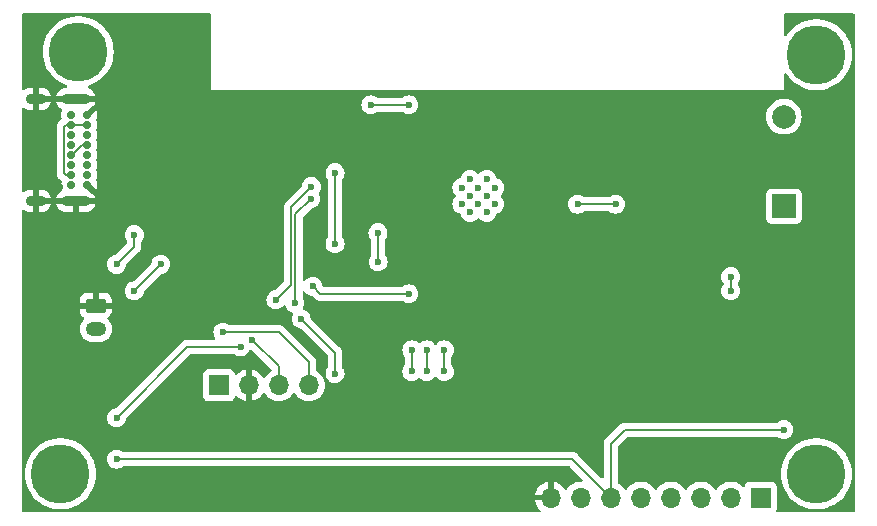
<source format=gbl>
%TF.GenerationSoftware,KiCad,Pcbnew,8.0.5*%
%TF.CreationDate,2024-12-20T12:43:02-05:00*%
%TF.ProjectId,coffee-scale,636f6666-6565-42d7-9363-616c652e6b69,rev?*%
%TF.SameCoordinates,Original*%
%TF.FileFunction,Copper,L2,Bot*%
%TF.FilePolarity,Positive*%
%FSLAX46Y46*%
G04 Gerber Fmt 4.6, Leading zero omitted, Abs format (unit mm)*
G04 Created by KiCad (PCBNEW 8.0.5) date 2024-12-20 12:43:02*
%MOMM*%
%LPD*%
G01*
G04 APERTURE LIST*
G04 Aperture macros list*
%AMRoundRect*
0 Rectangle with rounded corners*
0 $1 Rounding radius*
0 $2 $3 $4 $5 $6 $7 $8 $9 X,Y pos of 4 corners*
0 Add a 4 corners polygon primitive as box body*
4,1,4,$2,$3,$4,$5,$6,$7,$8,$9,$2,$3,0*
0 Add four circle primitives for the rounded corners*
1,1,$1+$1,$2,$3*
1,1,$1+$1,$4,$5*
1,1,$1+$1,$6,$7*
1,1,$1+$1,$8,$9*
0 Add four rect primitives between the rounded corners*
20,1,$1+$1,$2,$3,$4,$5,0*
20,1,$1+$1,$4,$5,$6,$7,0*
20,1,$1+$1,$6,$7,$8,$9,0*
20,1,$1+$1,$8,$9,$2,$3,0*%
G04 Aperture macros list end*
%TA.AperFunction,ComponentPad*%
%ADD10RoundRect,0.250000X-0.625000X0.350000X-0.625000X-0.350000X0.625000X-0.350000X0.625000X0.350000X0*%
%TD*%
%TA.AperFunction,ComponentPad*%
%ADD11O,1.750000X1.200000*%
%TD*%
%TA.AperFunction,ComponentPad*%
%ADD12R,1.700000X1.700000*%
%TD*%
%TA.AperFunction,ComponentPad*%
%ADD13O,1.700000X1.700000*%
%TD*%
%TA.AperFunction,ComponentPad*%
%ADD14C,2.900000*%
%TD*%
%TA.AperFunction,ConnectorPad*%
%ADD15C,5.000000*%
%TD*%
%TA.AperFunction,ComponentPad*%
%ADD16R,2.000000X2.000000*%
%TD*%
%TA.AperFunction,ComponentPad*%
%ADD17C,2.000000*%
%TD*%
%TA.AperFunction,ComponentPad*%
%ADD18C,0.700000*%
%TD*%
%TA.AperFunction,ComponentPad*%
%ADD19O,2.400000X0.900000*%
%TD*%
%TA.AperFunction,ComponentPad*%
%ADD20O,1.700000X0.900000*%
%TD*%
%TA.AperFunction,HeatsinkPad*%
%ADD21C,0.600000*%
%TD*%
%TA.AperFunction,ViaPad*%
%ADD22C,0.600000*%
%TD*%
%TA.AperFunction,Conductor*%
%ADD23C,0.200000*%
%TD*%
G04 APERTURE END LIST*
D10*
%TO.P,J3,1,Pin_1*%
%TO.N,GND*%
X134500000Y-117750000D03*
D11*
%TO.P,J3,2,Pin_2*%
%TO.N,Net-(J3-Pin_2)*%
X134500000Y-119750000D03*
%TD*%
D12*
%TO.P,J1,1,Pin_1*%
%TO.N,/CS*%
X190790000Y-134000000D03*
D13*
%TO.P,J1,2,Pin_2*%
%TO.N,/RST*%
X188250000Y-134000000D03*
%TO.P,J1,3,Pin_3*%
%TO.N,/D{slash}C*%
X185710000Y-134000000D03*
%TO.P,J1,4,Pin_4*%
%TO.N,/CLK*%
X183170000Y-134000000D03*
%TO.P,J1,5,Pin_5*%
%TO.N,/DATA*%
X180630000Y-134000000D03*
%TO.P,J1,6,Pin_6*%
%TO.N,3.3V*%
X178090000Y-134000000D03*
%TO.P,J1,7,Pin_7*%
%TO.N,unconnected-(J1-Pin_7-Pad7)*%
X175550000Y-134000000D03*
%TO.P,J1,8,Pin_8*%
%TO.N,GND*%
X173010000Y-134000000D03*
%TD*%
D14*
%TO.P,H3,1*%
%TO.N,N/C*%
X195500000Y-96500000D03*
D15*
X195500000Y-96500000D03*
%TD*%
D16*
%TO.P,LS1,1,1*%
%TO.N,3.3V*%
X192750000Y-109350000D03*
D17*
%TO.P,LS1,2,2*%
%TO.N,Net-(D4-A)*%
X192750000Y-101750000D03*
%TD*%
D12*
%TO.P,J2,1,Pin_1*%
%TO.N,/E+*%
X144920000Y-124500000D03*
D13*
%TO.P,J2,2,Pin_2*%
%TO.N,GND*%
X147460000Y-124500000D03*
%TO.P,J2,3,Pin_3*%
%TO.N,/S-*%
X150000000Y-124500000D03*
%TO.P,J2,4,Pin_4*%
%TO.N,/S+*%
X152540000Y-124500000D03*
%TD*%
D18*
%TO.P,J4,A1,GND*%
%TO.N,GND*%
X133775000Y-101600000D03*
%TO.P,J4,A4,VBUS*%
%TO.N,VBUS*%
X133775000Y-102450000D03*
%TO.P,J4,A5,CC1*%
%TO.N,Net-(J4-CC1)*%
X133775000Y-103300000D03*
%TO.P,J4,A6,D+*%
%TO.N,/D+*%
X133775000Y-104150000D03*
%TO.P,J4,A7,D-*%
%TO.N,/D-*%
X133775000Y-105000000D03*
%TO.P,J4,A8*%
%TO.N,N/C*%
X133775000Y-105850000D03*
%TO.P,J4,A9,VBUS*%
%TO.N,VBUS*%
X133775000Y-106700000D03*
%TO.P,J4,A12,GND*%
%TO.N,GND*%
X133775000Y-107550000D03*
%TO.P,J4,B1,GND*%
X132425000Y-107550000D03*
%TO.P,J4,B4,VBUS*%
%TO.N,VBUS*%
X132425000Y-106700000D03*
%TO.P,J4,B5,CC2*%
%TO.N,Net-(J4-CC2)*%
X132425000Y-105850000D03*
%TO.P,J4,B6,D+*%
%TO.N,/D+*%
X132425000Y-105000000D03*
%TO.P,J4,B7,D-*%
%TO.N,/D-*%
X132425000Y-104150000D03*
%TO.P,J4,B8*%
%TO.N,N/C*%
X132425000Y-103300000D03*
%TO.P,J4,B9,VBUS*%
%TO.N,VBUS*%
X132425000Y-102450000D03*
%TO.P,J4,B12,GND*%
%TO.N,GND*%
X132425000Y-101600000D03*
D19*
%TO.P,J4,S1,SHIELD*%
X132795000Y-100250000D03*
D20*
X129415000Y-100250000D03*
D19*
X132795000Y-108900000D03*
D20*
X129415000Y-108900000D03*
%TD*%
D21*
%TO.P,U1,41,GPIO36*%
%TO.N,/D{slash}C*%
X165485000Y-107760000D03*
X165485000Y-109160000D03*
X166185000Y-107060000D03*
X166185000Y-108460000D03*
X166185000Y-109860000D03*
X166885000Y-107760000D03*
X166885000Y-109160000D03*
X167585000Y-107060000D03*
X167585000Y-108460000D03*
X167585000Y-109860000D03*
X168285000Y-107760000D03*
X168285000Y-109160000D03*
%TD*%
D14*
%TO.P,H4,1*%
%TO.N,N/C*%
X195500000Y-132000000D03*
D15*
X195500000Y-132000000D03*
%TD*%
D14*
%TO.P,H2,1*%
%TO.N,N/C*%
X131500000Y-132000000D03*
D15*
X131500000Y-132000000D03*
%TD*%
D14*
%TO.P,H1,1*%
%TO.N,N/C*%
X133000000Y-96250000D03*
D15*
X133000000Y-96250000D03*
%TD*%
D22*
%TO.N,GND*%
X139250000Y-131750000D03*
X148500000Y-105000000D03*
X149500000Y-134500000D03*
X162000000Y-134500000D03*
X142380000Y-101220000D03*
X148750000Y-112750000D03*
X146250000Y-112750000D03*
X139750000Y-106750000D03*
X182375000Y-103375000D03*
X170000000Y-134500000D03*
X143750000Y-112750000D03*
X135000000Y-101750000D03*
X130500000Y-111250000D03*
X141000000Y-101450000D03*
X156250000Y-109750000D03*
X154845000Y-102595000D03*
X169250000Y-121250000D03*
X159750000Y-134500000D03*
X152575000Y-105175000D03*
X141500000Y-134500000D03*
X146000000Y-105000000D03*
X131475000Y-107725000D03*
X129500000Y-125250000D03*
X151750000Y-134500000D03*
X131000000Y-101750000D03*
X134500000Y-124250000D03*
X147750000Y-108500000D03*
X153500000Y-111750000D03*
X169250000Y-123750000D03*
X141500000Y-125250000D03*
%TO.N,3.3V*%
X136250000Y-127250000D03*
X146750000Y-121250000D03*
X158384998Y-111580000D03*
X136250000Y-130750000D03*
X158404237Y-114050000D03*
X192750000Y-128250000D03*
%TO.N,VBAT*%
X140000000Y-114250000D03*
X137750000Y-116500000D03*
%TO.N,Net-(U2-INA-)*%
X152750000Y-107675000D03*
X149750000Y-117250000D03*
%TO.N,Net-(U2-INA+)*%
X152700735Y-108700735D03*
X151334358Y-117556239D03*
%TO.N,/E+*%
X151875000Y-118875000D03*
X154750000Y-123500000D03*
%TO.N,VBUS*%
X136250000Y-114250000D03*
X137750000Y-111750000D03*
%TO.N,/RST*%
X188250000Y-115300000D03*
X188250000Y-116500000D03*
%TO.N,/D{slash}C*%
X175284998Y-109160000D03*
X178500000Y-109160000D03*
%TO.N,/S+*%
X145250000Y-120000000D03*
%TO.N,/S-*%
X147750000Y-120650000D03*
%TO.N,Net-(JP3-B)*%
X154750000Y-106500000D03*
X154750000Y-112500000D03*
%TO.N,Net-(Q2-B)*%
X161000000Y-100758981D03*
X157784998Y-100758981D03*
X161000000Y-116750000D03*
X152875000Y-116125000D03*
%TO.N,/BUT1*%
X161250000Y-121500000D03*
X161250000Y-123325000D03*
%TO.N,/BUT2*%
X162500000Y-123325000D03*
X162500000Y-121500000D03*
%TO.N,/BUT3*%
X164000000Y-121500000D03*
X164000000Y-123325000D03*
%TD*%
D23*
%TO.N,3.3V*%
X178090000Y-134000000D02*
X178090000Y-129455000D01*
X142250000Y-121250000D02*
X136250000Y-127250000D01*
X146750000Y-121250000D02*
X142250000Y-121250000D01*
X179295000Y-128250000D02*
X192750000Y-128250000D01*
X136250000Y-130750000D02*
X174840000Y-130750000D01*
X174840000Y-130750000D02*
X178090000Y-134000000D01*
X158404237Y-114050000D02*
X158404237Y-111599239D01*
X178090000Y-129455000D02*
X179295000Y-128250000D01*
X158404237Y-111599239D02*
X158384998Y-111580000D01*
%TO.N,VBAT*%
X140000000Y-114250000D02*
X137750000Y-116500000D01*
%TO.N,Net-(U2-INA-)*%
X151000000Y-109425000D02*
X151000000Y-116000000D01*
X152750000Y-107675000D02*
X151000000Y-109425000D01*
X151000000Y-116000000D02*
X149750000Y-117250000D01*
%TO.N,Net-(U2-INA+)*%
X151334358Y-117556239D02*
X151400000Y-117490597D01*
X151400000Y-110001470D02*
X152700735Y-108700735D01*
X151400000Y-117490597D02*
X151400000Y-110001470D01*
%TO.N,/E+*%
X154750000Y-121750000D02*
X154750000Y-123500000D01*
X151875000Y-118875000D02*
X154750000Y-121750000D01*
%TO.N,VBUS*%
X133775000Y-102450000D02*
X132425000Y-102450000D01*
X137750000Y-112750000D02*
X137750000Y-111750000D01*
X131775000Y-102605026D02*
X131930026Y-102450000D01*
X136250000Y-114250000D02*
X137750000Y-112750000D01*
X131775000Y-106544974D02*
X131775000Y-102605026D01*
X131930026Y-106700000D02*
X131775000Y-106544974D01*
X131930026Y-102450000D02*
X132425000Y-102450000D01*
X132425000Y-106700000D02*
X131930026Y-106700000D01*
%TO.N,/RST*%
X188250000Y-115300000D02*
X188250000Y-116500000D01*
%TO.N,/D{slash}C*%
X178500000Y-109160000D02*
X175284998Y-109160000D01*
%TO.N,/S+*%
X145250000Y-120000000D02*
X150000000Y-120000000D01*
X152540000Y-122540000D02*
X152540000Y-125000000D01*
X150000000Y-120000000D02*
X152540000Y-122540000D01*
%TO.N,/S-*%
X150000000Y-122900000D02*
X150000000Y-125000000D01*
X147750000Y-120650000D02*
X150000000Y-122900000D01*
%TO.N,/D+*%
X132494239Y-105000000D02*
X132425000Y-105000000D01*
X133344239Y-104150000D02*
X132494239Y-105000000D01*
X133775000Y-104150000D02*
X133344239Y-104150000D01*
%TO.N,/D-*%
X132494239Y-104325000D02*
X132425000Y-104325000D01*
%TO.N,Net-(JP3-B)*%
X154750000Y-112500000D02*
X154750000Y-106500000D01*
%TO.N,Net-(Q2-B)*%
X152875000Y-116125000D02*
X153500000Y-116750000D01*
X153500000Y-116750000D02*
X161000000Y-116750000D01*
X161000000Y-100758981D02*
X157784998Y-100758981D01*
%TO.N,/BUT1*%
X161250000Y-123325000D02*
X161250000Y-121500000D01*
%TO.N,/BUT2*%
X162500000Y-123325000D02*
X162500000Y-121500000D01*
%TO.N,/BUT3*%
X164000000Y-123325000D02*
X164000000Y-121500000D01*
%TD*%
%TA.AperFunction,Conductor*%
%TO.N,GND*%
G36*
X144193039Y-93020185D02*
G01*
X144238794Y-93072989D01*
X144250000Y-93124500D01*
X144250000Y-99500000D01*
X192750000Y-99500000D01*
X192750000Y-98200635D01*
X192769685Y-98133596D01*
X192822489Y-98087841D01*
X192891647Y-98077897D01*
X192955203Y-98106922D01*
X192981388Y-98138636D01*
X192988872Y-98151600D01*
X193197584Y-98431949D01*
X193197589Y-98431955D01*
X193321463Y-98563253D01*
X193437442Y-98686183D01*
X193613903Y-98834251D01*
X193705186Y-98910847D01*
X193705194Y-98910853D01*
X193997203Y-99102911D01*
X193997207Y-99102913D01*
X194309549Y-99259777D01*
X194637989Y-99379319D01*
X194978086Y-99459923D01*
X195325241Y-99500500D01*
X195325248Y-99500500D01*
X195674752Y-99500500D01*
X195674759Y-99500500D01*
X196021914Y-99459923D01*
X196362011Y-99379319D01*
X196690451Y-99259777D01*
X197002793Y-99102913D01*
X197294811Y-98910849D01*
X197562558Y-98686183D01*
X197802412Y-98431953D01*
X198011130Y-98151596D01*
X198185889Y-97848904D01*
X198324326Y-97527971D01*
X198424569Y-97193136D01*
X198485262Y-96848927D01*
X198501710Y-96566532D01*
X198525259Y-96500750D01*
X198529732Y-96497307D01*
X198506523Y-96461192D01*
X198501710Y-96433467D01*
X198491024Y-96250003D01*
X198485262Y-96151073D01*
X198485260Y-96151061D01*
X198424571Y-95806872D01*
X198424569Y-95806865D01*
X198324325Y-95472027D01*
X198185889Y-95151096D01*
X198041549Y-94901091D01*
X198011129Y-94848402D01*
X197802415Y-94568050D01*
X197802410Y-94568044D01*
X197686433Y-94445117D01*
X197562558Y-94313817D01*
X197414488Y-94189572D01*
X197294813Y-94089152D01*
X197294805Y-94089146D01*
X197002796Y-93897088D01*
X196690458Y-93740226D01*
X196690452Y-93740223D01*
X196362012Y-93620681D01*
X196362009Y-93620680D01*
X196021915Y-93540077D01*
X195978519Y-93535004D01*
X195674759Y-93499500D01*
X195325241Y-93499500D01*
X195021480Y-93535004D01*
X194978085Y-93540077D01*
X194978083Y-93540077D01*
X194637990Y-93620680D01*
X194637987Y-93620681D01*
X194309547Y-93740223D01*
X194309541Y-93740226D01*
X193997203Y-93897088D01*
X193705194Y-94089146D01*
X193705186Y-94089152D01*
X193437442Y-94313817D01*
X193437440Y-94313819D01*
X193197589Y-94568044D01*
X193197584Y-94568050D01*
X192988871Y-94848401D01*
X192981386Y-94861366D01*
X192930818Y-94909580D01*
X192862211Y-94922802D01*
X192797347Y-94896833D01*
X192756819Y-94839919D01*
X192750000Y-94799364D01*
X192750000Y-93124500D01*
X192769685Y-93057461D01*
X192822489Y-93011706D01*
X192874000Y-93000500D01*
X198625500Y-93000500D01*
X198692539Y-93020185D01*
X198738294Y-93072989D01*
X198749500Y-93124500D01*
X198749500Y-96426257D01*
X198729815Y-96493296D01*
X198721027Y-96500910D01*
X198746307Y-96545784D01*
X198749500Y-96573742D01*
X198749500Y-131926257D01*
X198729815Y-131993296D01*
X198721027Y-132000910D01*
X198746307Y-132045784D01*
X198749500Y-132073742D01*
X198749500Y-135125500D01*
X198729815Y-135192539D01*
X198677011Y-135238294D01*
X198625500Y-135249500D01*
X192203769Y-135249500D01*
X192136730Y-135229815D01*
X192090975Y-135177011D01*
X192081031Y-135107853D01*
X192087587Y-135082167D01*
X192095547Y-135060822D01*
X192134091Y-134957483D01*
X192140500Y-134897873D01*
X192140499Y-133102128D01*
X192134091Y-133042517D01*
X192132810Y-133039083D01*
X192083797Y-132907671D01*
X192083793Y-132907664D01*
X191997547Y-132792455D01*
X191997544Y-132792452D01*
X191882335Y-132706206D01*
X191882328Y-132706202D01*
X191747482Y-132655908D01*
X191747483Y-132655908D01*
X191687883Y-132649501D01*
X191687881Y-132649500D01*
X191687873Y-132649500D01*
X191687864Y-132649500D01*
X189892129Y-132649500D01*
X189892123Y-132649501D01*
X189832516Y-132655908D01*
X189697671Y-132706202D01*
X189697664Y-132706206D01*
X189582455Y-132792452D01*
X189582452Y-132792455D01*
X189496206Y-132907664D01*
X189496203Y-132907669D01*
X189447189Y-133039083D01*
X189405317Y-133095016D01*
X189339853Y-133119433D01*
X189271580Y-133104581D01*
X189243326Y-133083430D01*
X189121402Y-132961506D01*
X189121395Y-132961501D01*
X188927834Y-132825967D01*
X188927830Y-132825965D01*
X188922089Y-132823288D01*
X188713663Y-132726097D01*
X188713659Y-132726096D01*
X188713655Y-132726094D01*
X188485413Y-132664938D01*
X188485403Y-132664936D01*
X188250001Y-132644341D01*
X188249999Y-132644341D01*
X188014596Y-132664936D01*
X188014586Y-132664938D01*
X187786344Y-132726094D01*
X187786335Y-132726098D01*
X187572171Y-132825964D01*
X187572169Y-132825965D01*
X187378597Y-132961505D01*
X187211505Y-133128597D01*
X187081575Y-133314158D01*
X187026998Y-133357783D01*
X186957500Y-133364977D01*
X186895145Y-133333454D01*
X186878425Y-133314158D01*
X186748494Y-133128597D01*
X186581402Y-132961506D01*
X186581395Y-132961501D01*
X186387834Y-132825967D01*
X186387830Y-132825965D01*
X186382089Y-132823288D01*
X186173663Y-132726097D01*
X186173659Y-132726096D01*
X186173655Y-132726094D01*
X185945413Y-132664938D01*
X185945403Y-132664936D01*
X185710001Y-132644341D01*
X185709999Y-132644341D01*
X185474596Y-132664936D01*
X185474586Y-132664938D01*
X185246344Y-132726094D01*
X185246335Y-132726098D01*
X185032171Y-132825964D01*
X185032169Y-132825965D01*
X184838597Y-132961505D01*
X184671505Y-133128597D01*
X184541575Y-133314158D01*
X184486998Y-133357783D01*
X184417500Y-133364977D01*
X184355145Y-133333454D01*
X184338425Y-133314158D01*
X184208494Y-133128597D01*
X184041402Y-132961506D01*
X184041395Y-132961501D01*
X183847834Y-132825967D01*
X183847830Y-132825965D01*
X183842089Y-132823288D01*
X183633663Y-132726097D01*
X183633659Y-132726096D01*
X183633655Y-132726094D01*
X183405413Y-132664938D01*
X183405403Y-132664936D01*
X183170001Y-132644341D01*
X183169999Y-132644341D01*
X182934596Y-132664936D01*
X182934586Y-132664938D01*
X182706344Y-132726094D01*
X182706335Y-132726098D01*
X182492171Y-132825964D01*
X182492169Y-132825965D01*
X182298597Y-132961505D01*
X182131505Y-133128597D01*
X182001575Y-133314158D01*
X181946998Y-133357783D01*
X181877500Y-133364977D01*
X181815145Y-133333454D01*
X181798425Y-133314158D01*
X181668494Y-133128597D01*
X181501402Y-132961506D01*
X181501395Y-132961501D01*
X181307834Y-132825967D01*
X181307830Y-132825965D01*
X181302089Y-132823288D01*
X181093663Y-132726097D01*
X181093659Y-132726096D01*
X181093655Y-132726094D01*
X180865413Y-132664938D01*
X180865403Y-132664936D01*
X180630001Y-132644341D01*
X180629999Y-132644341D01*
X180394596Y-132664936D01*
X180394586Y-132664938D01*
X180166344Y-132726094D01*
X180166335Y-132726098D01*
X179952171Y-132825964D01*
X179952169Y-132825965D01*
X179758597Y-132961505D01*
X179591505Y-133128597D01*
X179461575Y-133314158D01*
X179406998Y-133357783D01*
X179337500Y-133364977D01*
X179275145Y-133333454D01*
X179258425Y-133314158D01*
X179128494Y-133128597D01*
X178961402Y-132961506D01*
X178961395Y-132961501D01*
X178767831Y-132825965D01*
X178767826Y-132825962D01*
X178762091Y-132823288D01*
X178709653Y-132777113D01*
X178690500Y-132710908D01*
X178690500Y-131999996D01*
X192494415Y-131999996D01*
X192494415Y-132000003D01*
X192514738Y-132348927D01*
X192514739Y-132348938D01*
X192575428Y-132693127D01*
X192575430Y-132693134D01*
X192675674Y-133027972D01*
X192814107Y-133348895D01*
X192814113Y-133348908D01*
X192988870Y-133651597D01*
X193197584Y-133931949D01*
X193197589Y-133931955D01*
X193199683Y-133934174D01*
X193437442Y-134186183D01*
X193581435Y-134307007D01*
X193705186Y-134410847D01*
X193705194Y-134410853D01*
X193997203Y-134602911D01*
X193997207Y-134602913D01*
X194309549Y-134759777D01*
X194637989Y-134879319D01*
X194978086Y-134959923D01*
X195325241Y-135000500D01*
X195325248Y-135000500D01*
X195674752Y-135000500D01*
X195674759Y-135000500D01*
X196021914Y-134959923D01*
X196362011Y-134879319D01*
X196690451Y-134759777D01*
X197002793Y-134602913D01*
X197294811Y-134410849D01*
X197562558Y-134186183D01*
X197802412Y-133931953D01*
X198011130Y-133651596D01*
X198185889Y-133348904D01*
X198324326Y-133027971D01*
X198424569Y-132693136D01*
X198429542Y-132664937D01*
X198485260Y-132348938D01*
X198485259Y-132348938D01*
X198485262Y-132348927D01*
X198501710Y-132066532D01*
X198525259Y-132000750D01*
X198529732Y-131997307D01*
X198506523Y-131961192D01*
X198501710Y-131933467D01*
X198499241Y-131891079D01*
X198485262Y-131651073D01*
X198485260Y-131651061D01*
X198424571Y-131306872D01*
X198424569Y-131306865D01*
X198324325Y-130972027D01*
X198305875Y-130929255D01*
X198185889Y-130651096D01*
X198034194Y-130388352D01*
X198011129Y-130348402D01*
X197802415Y-130068050D01*
X197802410Y-130068044D01*
X197685790Y-129944435D01*
X197562558Y-129813817D01*
X197388084Y-129667416D01*
X197294813Y-129589152D01*
X197294805Y-129589146D01*
X197002796Y-129397088D01*
X196690458Y-129240226D01*
X196690452Y-129240223D01*
X196362012Y-129120681D01*
X196362009Y-129120680D01*
X196021915Y-129040077D01*
X195978519Y-129035004D01*
X195674759Y-128999500D01*
X195325241Y-128999500D01*
X195021480Y-129035004D01*
X194978085Y-129040077D01*
X194978083Y-129040077D01*
X194637990Y-129120680D01*
X194637987Y-129120681D01*
X194309547Y-129240223D01*
X194309541Y-129240226D01*
X193997203Y-129397088D01*
X193705194Y-129589146D01*
X193705186Y-129589152D01*
X193437442Y-129813817D01*
X193437440Y-129813819D01*
X193197589Y-130068044D01*
X193197584Y-130068050D01*
X192988870Y-130348402D01*
X192814113Y-130651091D01*
X192814107Y-130651104D01*
X192675674Y-130972027D01*
X192575430Y-131306865D01*
X192575428Y-131306872D01*
X192514739Y-131651061D01*
X192514738Y-131651072D01*
X192494415Y-131999996D01*
X178690500Y-131999996D01*
X178690500Y-129755097D01*
X178710185Y-129688058D01*
X178726819Y-129667416D01*
X179507416Y-128886819D01*
X179568739Y-128853334D01*
X179595097Y-128850500D01*
X192167588Y-128850500D01*
X192234627Y-128870185D01*
X192244903Y-128877555D01*
X192247736Y-128879814D01*
X192247738Y-128879816D01*
X192361270Y-128951152D01*
X192398394Y-128974480D01*
X192400478Y-128975789D01*
X192570745Y-129035368D01*
X192570750Y-129035369D01*
X192749996Y-129055565D01*
X192750000Y-129055565D01*
X192750004Y-129055565D01*
X192929249Y-129035369D01*
X192929252Y-129035368D01*
X192929255Y-129035368D01*
X193099522Y-128975789D01*
X193252262Y-128879816D01*
X193379816Y-128752262D01*
X193475789Y-128599522D01*
X193535368Y-128429255D01*
X193555565Y-128250000D01*
X193535368Y-128070745D01*
X193475789Y-127900478D01*
X193379816Y-127747738D01*
X193252262Y-127620184D01*
X193219377Y-127599521D01*
X193099523Y-127524211D01*
X192929254Y-127464631D01*
X192929249Y-127464630D01*
X192750004Y-127444435D01*
X192749996Y-127444435D01*
X192570750Y-127464630D01*
X192570745Y-127464631D01*
X192400476Y-127524211D01*
X192247736Y-127620185D01*
X192244903Y-127622445D01*
X192242724Y-127623334D01*
X192241842Y-127623889D01*
X192241744Y-127623734D01*
X192180217Y-127648855D01*
X192167588Y-127649500D01*
X179215940Y-127649500D01*
X179175019Y-127660464D01*
X179175019Y-127660465D01*
X179137751Y-127670451D01*
X179063214Y-127690423D01*
X179063209Y-127690426D01*
X178926290Y-127769475D01*
X178926282Y-127769481D01*
X177609481Y-129086282D01*
X177609479Y-129086285D01*
X177559361Y-129173094D01*
X177559359Y-129173096D01*
X177530425Y-129223209D01*
X177530424Y-129223210D01*
X177525865Y-129240226D01*
X177489499Y-129375943D01*
X177489499Y-129375945D01*
X177489499Y-129544046D01*
X177489500Y-129544059D01*
X177489500Y-132250903D01*
X177469815Y-132317942D01*
X177417011Y-132363697D01*
X177347853Y-132373641D01*
X177284297Y-132344616D01*
X177277819Y-132338584D01*
X175327590Y-130388355D01*
X175327588Y-130388352D01*
X175208717Y-130269481D01*
X175208709Y-130269475D01*
X175106936Y-130210717D01*
X175106934Y-130210716D01*
X175071790Y-130190425D01*
X175071789Y-130190424D01*
X175059263Y-130187067D01*
X174919057Y-130149499D01*
X174760943Y-130149499D01*
X174753347Y-130149499D01*
X174753331Y-130149500D01*
X136832412Y-130149500D01*
X136765373Y-130129815D01*
X136755097Y-130122445D01*
X136752263Y-130120185D01*
X136752262Y-130120184D01*
X136695496Y-130084515D01*
X136599523Y-130024211D01*
X136429254Y-129964631D01*
X136429249Y-129964630D01*
X136250004Y-129944435D01*
X136249996Y-129944435D01*
X136070750Y-129964630D01*
X136070745Y-129964631D01*
X135900476Y-130024211D01*
X135747737Y-130120184D01*
X135620184Y-130247737D01*
X135524211Y-130400476D01*
X135464631Y-130570745D01*
X135464630Y-130570750D01*
X135444435Y-130749996D01*
X135444435Y-130750003D01*
X135464630Y-130929249D01*
X135464631Y-130929254D01*
X135524211Y-131099523D01*
X135620184Y-131252262D01*
X135747738Y-131379816D01*
X135900478Y-131475789D01*
X136070745Y-131535368D01*
X136070750Y-131535369D01*
X136249996Y-131555565D01*
X136250000Y-131555565D01*
X136250004Y-131555565D01*
X136429249Y-131535369D01*
X136429252Y-131535368D01*
X136429255Y-131535368D01*
X136599522Y-131475789D01*
X136752262Y-131379816D01*
X136752267Y-131379810D01*
X136755097Y-131377555D01*
X136757275Y-131376665D01*
X136758158Y-131376111D01*
X136758255Y-131376265D01*
X136819783Y-131351145D01*
X136832412Y-131350500D01*
X174539903Y-131350500D01*
X174606942Y-131370185D01*
X174627584Y-131386819D01*
X175676333Y-132435568D01*
X175709818Y-132496891D01*
X175704834Y-132566583D01*
X175662962Y-132622516D01*
X175597498Y-132646933D01*
X175577844Y-132646777D01*
X175550001Y-132644341D01*
X175549999Y-132644341D01*
X175314596Y-132664936D01*
X175314586Y-132664938D01*
X175086344Y-132726094D01*
X175086335Y-132726098D01*
X174872171Y-132825964D01*
X174872169Y-132825965D01*
X174678597Y-132961505D01*
X174511508Y-133128594D01*
X174381269Y-133314595D01*
X174326692Y-133358219D01*
X174257193Y-133365412D01*
X174194839Y-133333890D01*
X174178119Y-133314594D01*
X174048113Y-133128926D01*
X174048108Y-133128920D01*
X173881082Y-132961894D01*
X173687578Y-132826399D01*
X173473492Y-132726570D01*
X173473486Y-132726567D01*
X173260000Y-132669364D01*
X173260000Y-133566988D01*
X173202993Y-133534075D01*
X173075826Y-133500000D01*
X172944174Y-133500000D01*
X172817007Y-133534075D01*
X172760000Y-133566988D01*
X172760000Y-132669364D01*
X172759999Y-132669364D01*
X172546513Y-132726567D01*
X172546507Y-132726570D01*
X172332422Y-132826399D01*
X172332420Y-132826400D01*
X172138926Y-132961886D01*
X172138920Y-132961891D01*
X171971891Y-133128920D01*
X171971886Y-133128926D01*
X171836400Y-133322420D01*
X171836399Y-133322422D01*
X171736570Y-133536507D01*
X171736567Y-133536513D01*
X171679364Y-133749999D01*
X171679364Y-133750000D01*
X172576988Y-133750000D01*
X172544075Y-133807007D01*
X172510000Y-133934174D01*
X172510000Y-134065826D01*
X172544075Y-134192993D01*
X172576988Y-134250000D01*
X171679364Y-134250000D01*
X171736567Y-134463486D01*
X171736570Y-134463492D01*
X171836399Y-134677578D01*
X171971894Y-134871082D01*
X172138631Y-135037819D01*
X172172116Y-135099142D01*
X172167132Y-135168834D01*
X172125260Y-135224767D01*
X172059796Y-135249184D01*
X172050950Y-135249500D01*
X128374500Y-135249500D01*
X128307461Y-135229815D01*
X128261706Y-135177011D01*
X128250500Y-135125500D01*
X128250500Y-132073742D01*
X128270185Y-132006703D01*
X128274814Y-132002691D01*
X128470267Y-132002691D01*
X128493477Y-132038807D01*
X128498290Y-132066532D01*
X128514738Y-132348927D01*
X128514739Y-132348938D01*
X128575428Y-132693127D01*
X128575430Y-132693134D01*
X128675674Y-133027972D01*
X128814107Y-133348895D01*
X128814113Y-133348908D01*
X128988870Y-133651597D01*
X129197584Y-133931949D01*
X129197589Y-133931955D01*
X129199683Y-133934174D01*
X129437442Y-134186183D01*
X129581435Y-134307007D01*
X129705186Y-134410847D01*
X129705194Y-134410853D01*
X129997203Y-134602911D01*
X129997207Y-134602913D01*
X130309549Y-134759777D01*
X130637989Y-134879319D01*
X130978086Y-134959923D01*
X131325241Y-135000500D01*
X131325248Y-135000500D01*
X131674752Y-135000500D01*
X131674759Y-135000500D01*
X132021914Y-134959923D01*
X132362011Y-134879319D01*
X132690451Y-134759777D01*
X133002793Y-134602913D01*
X133294811Y-134410849D01*
X133562558Y-134186183D01*
X133802412Y-133931953D01*
X134011130Y-133651596D01*
X134185889Y-133348904D01*
X134324326Y-133027971D01*
X134424569Y-132693136D01*
X134429542Y-132664937D01*
X134485260Y-132348938D01*
X134485259Y-132348938D01*
X134485262Y-132348927D01*
X134505585Y-132000000D01*
X134485262Y-131651073D01*
X134485260Y-131651061D01*
X134424571Y-131306872D01*
X134424569Y-131306865D01*
X134324325Y-130972027D01*
X134305875Y-130929255D01*
X134185889Y-130651096D01*
X134034194Y-130388352D01*
X134011129Y-130348402D01*
X133802415Y-130068050D01*
X133802410Y-130068044D01*
X133685790Y-129944435D01*
X133562558Y-129813817D01*
X133388084Y-129667416D01*
X133294813Y-129589152D01*
X133294805Y-129589146D01*
X133002796Y-129397088D01*
X132690458Y-129240226D01*
X132690452Y-129240223D01*
X132362012Y-129120681D01*
X132362009Y-129120680D01*
X132021915Y-129040077D01*
X131978519Y-129035004D01*
X131674759Y-128999500D01*
X131325241Y-128999500D01*
X131021480Y-129035004D01*
X130978085Y-129040077D01*
X130978083Y-129040077D01*
X130637990Y-129120680D01*
X130637987Y-129120681D01*
X130309547Y-129240223D01*
X130309541Y-129240226D01*
X129997203Y-129397088D01*
X129705194Y-129589146D01*
X129705186Y-129589152D01*
X129437442Y-129813817D01*
X129437440Y-129813819D01*
X129197589Y-130068044D01*
X129197584Y-130068050D01*
X128988870Y-130348402D01*
X128814113Y-130651091D01*
X128814107Y-130651104D01*
X128675674Y-130972027D01*
X128575430Y-131306865D01*
X128575428Y-131306872D01*
X128514739Y-131651061D01*
X128514738Y-131651072D01*
X128498290Y-131933467D01*
X128474741Y-131999249D01*
X128470267Y-132002691D01*
X128274814Y-132002691D01*
X128278972Y-131999088D01*
X128253693Y-131954215D01*
X128250500Y-131926257D01*
X128250500Y-127249996D01*
X135444435Y-127249996D01*
X135444435Y-127250003D01*
X135464630Y-127429249D01*
X135464631Y-127429254D01*
X135524211Y-127599523D01*
X135555209Y-127648855D01*
X135620184Y-127752262D01*
X135747738Y-127879816D01*
X135900478Y-127975789D01*
X136070745Y-128035368D01*
X136070750Y-128035369D01*
X136249996Y-128055565D01*
X136250000Y-128055565D01*
X136250004Y-128055565D01*
X136429249Y-128035369D01*
X136429252Y-128035368D01*
X136429255Y-128035368D01*
X136599522Y-127975789D01*
X136752262Y-127879816D01*
X136879816Y-127752262D01*
X136975789Y-127599522D01*
X137035368Y-127429255D01*
X137045161Y-127342329D01*
X137072226Y-127277918D01*
X137080690Y-127268543D01*
X142462416Y-121886819D01*
X142523739Y-121853334D01*
X142550097Y-121850500D01*
X146167588Y-121850500D01*
X146234627Y-121870185D01*
X146244903Y-121877555D01*
X146247736Y-121879814D01*
X146247738Y-121879816D01*
X146400478Y-121975789D01*
X146513603Y-122015373D01*
X146570745Y-122035368D01*
X146570750Y-122035369D01*
X146749996Y-122055565D01*
X146750000Y-122055565D01*
X146750004Y-122055565D01*
X146929249Y-122035369D01*
X146929252Y-122035368D01*
X146929255Y-122035368D01*
X147099522Y-121975789D01*
X147252262Y-121879816D01*
X147379816Y-121752262D01*
X147475789Y-121599522D01*
X147501992Y-121524637D01*
X147542712Y-121467863D01*
X147607664Y-121442114D01*
X147632910Y-121442371D01*
X147657670Y-121445161D01*
X147722082Y-121472228D01*
X147731465Y-121480700D01*
X149363181Y-123112416D01*
X149396666Y-123173739D01*
X149399500Y-123200097D01*
X149399500Y-123210908D01*
X149379815Y-123277947D01*
X149327914Y-123323286D01*
X149322173Y-123325963D01*
X149322169Y-123325965D01*
X149128597Y-123461505D01*
X148961508Y-123628594D01*
X148831269Y-123814595D01*
X148776692Y-123858219D01*
X148707193Y-123865412D01*
X148644839Y-123833890D01*
X148628119Y-123814594D01*
X148498113Y-123628926D01*
X148498108Y-123628920D01*
X148331082Y-123461894D01*
X148137578Y-123326399D01*
X147923492Y-123226570D01*
X147923486Y-123226567D01*
X147710000Y-123169364D01*
X147710000Y-124066988D01*
X147652993Y-124034075D01*
X147525826Y-124000000D01*
X147394174Y-124000000D01*
X147267007Y-124034075D01*
X147210000Y-124066988D01*
X147210000Y-123169364D01*
X147209999Y-123169364D01*
X146996513Y-123226567D01*
X146996507Y-123226570D01*
X146782422Y-123326399D01*
X146782420Y-123326400D01*
X146588926Y-123461886D01*
X146466865Y-123583947D01*
X146405542Y-123617431D01*
X146335850Y-123612447D01*
X146279917Y-123570575D01*
X146263002Y-123539598D01*
X146213797Y-123407671D01*
X146213793Y-123407664D01*
X146127547Y-123292455D01*
X146127544Y-123292452D01*
X146012335Y-123206206D01*
X146012328Y-123206202D01*
X145877482Y-123155908D01*
X145877483Y-123155908D01*
X145817883Y-123149501D01*
X145817881Y-123149500D01*
X145817873Y-123149500D01*
X145817864Y-123149500D01*
X144022129Y-123149500D01*
X144022123Y-123149501D01*
X143962516Y-123155908D01*
X143827671Y-123206202D01*
X143827664Y-123206206D01*
X143712455Y-123292452D01*
X143712452Y-123292455D01*
X143626206Y-123407664D01*
X143626202Y-123407671D01*
X143575908Y-123542517D01*
X143569501Y-123602116D01*
X143569500Y-123602135D01*
X143569500Y-125397870D01*
X143569501Y-125397876D01*
X143575908Y-125457483D01*
X143626202Y-125592328D01*
X143626206Y-125592335D01*
X143712452Y-125707544D01*
X143712455Y-125707547D01*
X143827664Y-125793793D01*
X143827671Y-125793797D01*
X143962517Y-125844091D01*
X143962516Y-125844091D01*
X143969444Y-125844835D01*
X144022127Y-125850500D01*
X145817872Y-125850499D01*
X145877483Y-125844091D01*
X146012331Y-125793796D01*
X146127546Y-125707546D01*
X146213796Y-125592331D01*
X146263002Y-125460401D01*
X146304872Y-125404468D01*
X146370337Y-125380050D01*
X146438610Y-125394901D01*
X146466865Y-125416053D01*
X146588917Y-125538105D01*
X146782421Y-125673600D01*
X146996507Y-125773429D01*
X146996516Y-125773433D01*
X147210000Y-125830634D01*
X147210000Y-124933012D01*
X147267007Y-124965925D01*
X147394174Y-125000000D01*
X147525826Y-125000000D01*
X147652993Y-124965925D01*
X147710000Y-124933012D01*
X147710000Y-125830633D01*
X147923483Y-125773433D01*
X147923492Y-125773429D01*
X148137578Y-125673600D01*
X148331082Y-125538105D01*
X148498105Y-125371082D01*
X148628119Y-125185405D01*
X148682696Y-125141781D01*
X148752195Y-125134588D01*
X148814549Y-125166110D01*
X148831269Y-125185405D01*
X148961505Y-125371401D01*
X149128599Y-125538495D01*
X149225384Y-125606265D01*
X149322165Y-125674032D01*
X149322167Y-125674033D01*
X149322170Y-125674035D01*
X149536337Y-125773903D01*
X149764592Y-125835063D01*
X149941034Y-125850500D01*
X149999999Y-125855659D01*
X150000000Y-125855659D01*
X150000001Y-125855659D01*
X150058966Y-125850500D01*
X150235408Y-125835063D01*
X150463663Y-125773903D01*
X150677830Y-125674035D01*
X150871401Y-125538495D01*
X151038495Y-125371401D01*
X151168425Y-125185842D01*
X151223002Y-125142217D01*
X151292500Y-125135023D01*
X151354855Y-125166546D01*
X151371575Y-125185842D01*
X151501500Y-125371395D01*
X151501505Y-125371401D01*
X151668599Y-125538495D01*
X151765384Y-125606265D01*
X151862165Y-125674032D01*
X151862167Y-125674033D01*
X151862170Y-125674035D01*
X152076337Y-125773903D01*
X152304592Y-125835063D01*
X152481034Y-125850500D01*
X152539999Y-125855659D01*
X152540000Y-125855659D01*
X152540001Y-125855659D01*
X152598966Y-125850500D01*
X152775408Y-125835063D01*
X153003663Y-125773903D01*
X153217830Y-125674035D01*
X153411401Y-125538495D01*
X153578495Y-125371401D01*
X153714035Y-125177830D01*
X153813903Y-124963663D01*
X153875063Y-124735408D01*
X153895659Y-124500000D01*
X153875063Y-124264592D01*
X153813903Y-124036337D01*
X153714035Y-123822171D01*
X153708731Y-123814595D01*
X153578494Y-123628597D01*
X153411402Y-123461506D01*
X153411395Y-123461501D01*
X153217831Y-123325965D01*
X153217826Y-123325962D01*
X153212091Y-123323288D01*
X153159653Y-123277113D01*
X153140500Y-123210908D01*
X153140500Y-122460945D01*
X153140500Y-122460943D01*
X153099577Y-122308216D01*
X153099573Y-122308209D01*
X153020524Y-122171290D01*
X153020521Y-122171286D01*
X153020520Y-122171284D01*
X152908716Y-122059480D01*
X152908715Y-122059479D01*
X152904385Y-122055149D01*
X152904374Y-122055139D01*
X150487590Y-119638355D01*
X150487588Y-119638352D01*
X150368717Y-119519481D01*
X150368709Y-119519475D01*
X150266936Y-119460717D01*
X150266934Y-119460716D01*
X150231790Y-119440425D01*
X150231789Y-119440424D01*
X150219263Y-119437067D01*
X150079057Y-119399499D01*
X149920943Y-119399499D01*
X149913347Y-119399499D01*
X149913331Y-119399500D01*
X145832412Y-119399500D01*
X145765373Y-119379815D01*
X145755097Y-119372445D01*
X145752263Y-119370185D01*
X145752262Y-119370184D01*
X145695496Y-119334515D01*
X145599523Y-119274211D01*
X145429254Y-119214631D01*
X145429249Y-119214630D01*
X145250004Y-119194435D01*
X145249996Y-119194435D01*
X145070750Y-119214630D01*
X145070745Y-119214631D01*
X144900476Y-119274211D01*
X144747737Y-119370184D01*
X144620184Y-119497737D01*
X144524211Y-119650476D01*
X144464631Y-119820745D01*
X144464630Y-119820750D01*
X144444435Y-119999996D01*
X144444435Y-120000003D01*
X144464630Y-120179249D01*
X144464631Y-120179254D01*
X144524211Y-120349524D01*
X144593332Y-120459527D01*
X144612333Y-120526764D01*
X144591966Y-120593599D01*
X144538698Y-120638814D01*
X144488339Y-120649500D01*
X142170940Y-120649500D01*
X142130019Y-120660464D01*
X142130019Y-120660465D01*
X142092751Y-120670451D01*
X142018214Y-120690423D01*
X142018209Y-120690426D01*
X141881290Y-120769475D01*
X141881282Y-120769481D01*
X141769478Y-120881286D01*
X136231465Y-126419298D01*
X136170142Y-126452783D01*
X136157668Y-126454837D01*
X136070750Y-126464630D01*
X135900478Y-126524210D01*
X135747737Y-126620184D01*
X135620184Y-126747737D01*
X135524211Y-126900476D01*
X135464631Y-127070745D01*
X135464630Y-127070750D01*
X135444435Y-127249996D01*
X128250500Y-127249996D01*
X128250500Y-119663389D01*
X133124500Y-119663389D01*
X133124500Y-119836610D01*
X133150378Y-120000003D01*
X133151598Y-120007701D01*
X133205127Y-120172445D01*
X133283768Y-120326788D01*
X133385586Y-120466928D01*
X133508072Y-120589414D01*
X133648212Y-120691232D01*
X133802555Y-120769873D01*
X133967299Y-120823402D01*
X134138389Y-120850500D01*
X134138390Y-120850500D01*
X134861610Y-120850500D01*
X134861611Y-120850500D01*
X135032701Y-120823402D01*
X135197445Y-120769873D01*
X135351788Y-120691232D01*
X135491928Y-120589414D01*
X135614414Y-120466928D01*
X135716232Y-120326788D01*
X135794873Y-120172445D01*
X135848402Y-120007701D01*
X135875500Y-119836611D01*
X135875500Y-119663389D01*
X135848402Y-119492299D01*
X135794873Y-119327555D01*
X135716232Y-119173212D01*
X135614414Y-119033072D01*
X135506508Y-118925166D01*
X135473023Y-118863843D01*
X135478007Y-118794151D01*
X135519879Y-118738218D01*
X135529094Y-118731945D01*
X135593345Y-118692315D01*
X135717315Y-118568345D01*
X135809356Y-118419124D01*
X135809358Y-118419119D01*
X135864505Y-118252697D01*
X135864506Y-118252690D01*
X135874999Y-118149986D01*
X135875000Y-118149973D01*
X135875000Y-118000000D01*
X134780330Y-118000000D01*
X134800075Y-117980255D01*
X134849444Y-117894745D01*
X134875000Y-117799370D01*
X134875000Y-117700630D01*
X134849444Y-117605255D01*
X134800075Y-117519745D01*
X134780330Y-117500000D01*
X135874999Y-117500000D01*
X135874999Y-117350028D01*
X135874998Y-117350013D01*
X135864505Y-117247302D01*
X135809358Y-117080880D01*
X135809356Y-117080875D01*
X135717315Y-116931654D01*
X135593345Y-116807684D01*
X135444124Y-116715643D01*
X135444119Y-116715641D01*
X135277697Y-116660494D01*
X135277690Y-116660493D01*
X135174986Y-116650000D01*
X134750000Y-116650000D01*
X134750000Y-117469670D01*
X134730255Y-117449925D01*
X134644745Y-117400556D01*
X134549370Y-117375000D01*
X134450630Y-117375000D01*
X134355255Y-117400556D01*
X134269745Y-117449925D01*
X134250000Y-117469670D01*
X134250000Y-116650000D01*
X133825028Y-116650000D01*
X133825012Y-116650001D01*
X133722302Y-116660494D01*
X133555880Y-116715641D01*
X133555875Y-116715643D01*
X133406654Y-116807684D01*
X133282684Y-116931654D01*
X133190643Y-117080875D01*
X133190641Y-117080880D01*
X133135494Y-117247302D01*
X133135493Y-117247309D01*
X133125000Y-117350013D01*
X133125000Y-117500000D01*
X134219670Y-117500000D01*
X134199925Y-117519745D01*
X134150556Y-117605255D01*
X134125000Y-117700630D01*
X134125000Y-117799370D01*
X134150556Y-117894745D01*
X134199925Y-117980255D01*
X134219670Y-118000000D01*
X133125001Y-118000000D01*
X133125001Y-118149986D01*
X133135494Y-118252697D01*
X133190641Y-118419119D01*
X133190643Y-118419124D01*
X133282684Y-118568345D01*
X133406656Y-118692317D01*
X133470906Y-118731946D01*
X133517631Y-118783893D01*
X133528854Y-118852856D01*
X133501011Y-118916938D01*
X133493492Y-118925166D01*
X133385585Y-119033073D01*
X133283768Y-119173211D01*
X133205128Y-119327552D01*
X133151597Y-119492302D01*
X133124500Y-119663389D01*
X128250500Y-119663389D01*
X128250500Y-116499996D01*
X136944435Y-116499996D01*
X136944435Y-116500003D01*
X136964630Y-116679249D01*
X136964631Y-116679254D01*
X137024211Y-116849523D01*
X137090927Y-116955700D01*
X137120184Y-117002262D01*
X137247738Y-117129816D01*
X137338080Y-117186582D01*
X137370115Y-117206711D01*
X137400478Y-117225789D01*
X137570745Y-117285368D01*
X137570750Y-117285369D01*
X137749996Y-117305565D01*
X137750000Y-117305565D01*
X137750004Y-117305565D01*
X137929249Y-117285369D01*
X137929252Y-117285368D01*
X137929255Y-117285368D01*
X138030342Y-117249996D01*
X148944435Y-117249996D01*
X148944435Y-117250003D01*
X148964630Y-117429249D01*
X148964631Y-117429254D01*
X149024211Y-117599523D01*
X149027813Y-117605255D01*
X149120184Y-117752262D01*
X149247738Y-117879816D01*
X149400478Y-117975789D01*
X149480706Y-118003862D01*
X149570745Y-118035368D01*
X149570750Y-118035369D01*
X149749996Y-118055565D01*
X149750000Y-118055565D01*
X149750004Y-118055565D01*
X149929249Y-118035369D01*
X149929252Y-118035368D01*
X149929255Y-118035368D01*
X150099522Y-117975789D01*
X150252262Y-117879816D01*
X150369943Y-117762134D01*
X150431262Y-117728652D01*
X150500954Y-117733636D01*
X150556888Y-117775507D01*
X150574663Y-117808863D01*
X150608569Y-117905762D01*
X150690007Y-118035369D01*
X150704542Y-118058501D01*
X150832096Y-118186055D01*
X150984836Y-118282028D01*
X151098217Y-118321701D01*
X151154992Y-118362423D01*
X151180740Y-118427375D01*
X151167284Y-118495937D01*
X151162258Y-118504712D01*
X151149211Y-118525476D01*
X151089631Y-118695745D01*
X151089630Y-118695750D01*
X151069435Y-118874996D01*
X151069435Y-118875003D01*
X151089630Y-119054249D01*
X151089631Y-119054254D01*
X151149211Y-119224523D01*
X151213949Y-119327552D01*
X151245184Y-119377262D01*
X151372738Y-119504816D01*
X151525478Y-119600789D01*
X151695745Y-119660368D01*
X151782669Y-119670161D01*
X151847080Y-119697226D01*
X151856465Y-119705700D01*
X154113181Y-121962416D01*
X154146666Y-122023739D01*
X154149500Y-122050097D01*
X154149500Y-122917587D01*
X154129815Y-122984626D01*
X154122450Y-122994896D01*
X154120186Y-122997734D01*
X154024211Y-123150476D01*
X153964631Y-123320745D01*
X153964630Y-123320750D01*
X153944435Y-123499996D01*
X153944435Y-123500003D01*
X153964630Y-123679249D01*
X153964631Y-123679254D01*
X154024211Y-123849523D01*
X154118763Y-124000000D01*
X154120184Y-124002262D01*
X154247738Y-124129816D01*
X154338080Y-124186582D01*
X154348283Y-124192993D01*
X154400478Y-124225789D01*
X154511371Y-124264592D01*
X154570745Y-124285368D01*
X154570750Y-124285369D01*
X154749996Y-124305565D01*
X154750000Y-124305565D01*
X154750004Y-124305565D01*
X154929249Y-124285369D01*
X154929252Y-124285368D01*
X154929255Y-124285368D01*
X155099522Y-124225789D01*
X155252262Y-124129816D01*
X155379816Y-124002262D01*
X155475789Y-123849522D01*
X155535368Y-123679255D01*
X155535901Y-123674523D01*
X155555565Y-123500003D01*
X155555565Y-123499996D01*
X155535369Y-123320750D01*
X155535368Y-123320745D01*
X155520392Y-123277947D01*
X155475789Y-123150478D01*
X155475174Y-123149500D01*
X155442645Y-123097730D01*
X155379816Y-122997738D01*
X155379814Y-122997736D01*
X155379813Y-122997734D01*
X155377550Y-122994896D01*
X155376659Y-122992715D01*
X155376111Y-122991842D01*
X155376264Y-122991745D01*
X155351144Y-122930209D01*
X155350500Y-122917587D01*
X155350500Y-121839059D01*
X155350501Y-121839046D01*
X155350501Y-121670945D01*
X155350501Y-121670943D01*
X155309577Y-121518215D01*
X155299058Y-121499996D01*
X160444435Y-121499996D01*
X160444435Y-121500003D01*
X160464630Y-121679249D01*
X160464631Y-121679254D01*
X160524211Y-121849523D01*
X160620185Y-122002263D01*
X160622445Y-122005097D01*
X160623334Y-122007275D01*
X160623889Y-122008158D01*
X160623734Y-122008255D01*
X160648855Y-122069783D01*
X160649500Y-122082412D01*
X160649500Y-122742587D01*
X160629815Y-122809626D01*
X160622450Y-122819896D01*
X160620186Y-122822734D01*
X160524211Y-122975476D01*
X160464631Y-123145745D01*
X160464630Y-123145750D01*
X160444435Y-123324996D01*
X160444435Y-123325003D01*
X160464630Y-123504249D01*
X160464631Y-123504254D01*
X160524211Y-123674523D01*
X160604994Y-123803087D01*
X160620184Y-123827262D01*
X160747738Y-123954816D01*
X160819648Y-124000000D01*
X160877474Y-124036335D01*
X160900478Y-124050789D01*
X161040832Y-124099901D01*
X161070745Y-124110368D01*
X161070750Y-124110369D01*
X161249996Y-124130565D01*
X161250000Y-124130565D01*
X161250004Y-124130565D01*
X161429249Y-124110369D01*
X161429252Y-124110368D01*
X161429255Y-124110368D01*
X161599522Y-124050789D01*
X161752262Y-123954816D01*
X161787319Y-123919759D01*
X161848642Y-123886274D01*
X161918334Y-123891258D01*
X161962681Y-123919759D01*
X161997738Y-123954816D01*
X162069648Y-124000000D01*
X162127474Y-124036335D01*
X162150478Y-124050789D01*
X162290832Y-124099901D01*
X162320745Y-124110368D01*
X162320750Y-124110369D01*
X162499996Y-124130565D01*
X162500000Y-124130565D01*
X162500004Y-124130565D01*
X162679249Y-124110369D01*
X162679252Y-124110368D01*
X162679255Y-124110368D01*
X162849522Y-124050789D01*
X163002262Y-123954816D01*
X163129816Y-123827262D01*
X163145007Y-123803084D01*
X163197339Y-123756796D01*
X163266393Y-123746146D01*
X163330242Y-123774521D01*
X163354990Y-123803082D01*
X163370184Y-123827262D01*
X163497738Y-123954816D01*
X163569648Y-124000000D01*
X163627474Y-124036335D01*
X163650478Y-124050789D01*
X163790832Y-124099901D01*
X163820745Y-124110368D01*
X163820750Y-124110369D01*
X163999996Y-124130565D01*
X164000000Y-124130565D01*
X164000004Y-124130565D01*
X164179249Y-124110369D01*
X164179252Y-124110368D01*
X164179255Y-124110368D01*
X164349522Y-124050789D01*
X164502262Y-123954816D01*
X164629816Y-123827262D01*
X164725789Y-123674522D01*
X164785368Y-123504255D01*
X164785847Y-123500003D01*
X164805565Y-123325003D01*
X164805565Y-123324996D01*
X164785369Y-123145750D01*
X164785368Y-123145745D01*
X164733578Y-122997738D01*
X164725789Y-122975478D01*
X164721355Y-122968422D01*
X164629813Y-122822734D01*
X164627550Y-122819896D01*
X164626659Y-122817715D01*
X164626111Y-122816842D01*
X164626264Y-122816745D01*
X164601144Y-122755209D01*
X164600500Y-122742587D01*
X164600500Y-122082412D01*
X164620185Y-122015373D01*
X164627555Y-122005097D01*
X164629812Y-122002266D01*
X164629816Y-122002262D01*
X164725789Y-121849522D01*
X164785368Y-121679255D01*
X164785369Y-121679249D01*
X164805565Y-121500003D01*
X164805565Y-121499996D01*
X164785369Y-121320750D01*
X164785368Y-121320745D01*
X164725788Y-121150476D01*
X164629815Y-120997737D01*
X164502262Y-120870184D01*
X164349523Y-120774211D01*
X164179254Y-120714631D01*
X164179249Y-120714630D01*
X164000004Y-120694435D01*
X163999996Y-120694435D01*
X163820750Y-120714630D01*
X163820745Y-120714631D01*
X163650476Y-120774211D01*
X163497737Y-120870184D01*
X163370184Y-120997737D01*
X163354994Y-121021913D01*
X163302659Y-121068204D01*
X163233605Y-121078852D01*
X163169757Y-121050477D01*
X163145006Y-121021913D01*
X163129815Y-120997737D01*
X163002262Y-120870184D01*
X162849523Y-120774211D01*
X162679254Y-120714631D01*
X162679249Y-120714630D01*
X162500004Y-120694435D01*
X162499996Y-120694435D01*
X162320750Y-120714630D01*
X162320745Y-120714631D01*
X162150476Y-120774211D01*
X161997737Y-120870184D01*
X161962681Y-120905241D01*
X161901358Y-120938726D01*
X161831666Y-120933742D01*
X161787319Y-120905241D01*
X161752262Y-120870184D01*
X161599523Y-120774211D01*
X161429254Y-120714631D01*
X161429249Y-120714630D01*
X161250004Y-120694435D01*
X161249996Y-120694435D01*
X161070750Y-120714630D01*
X161070745Y-120714631D01*
X160900476Y-120774211D01*
X160747737Y-120870184D01*
X160620184Y-120997737D01*
X160524211Y-121150476D01*
X160464631Y-121320745D01*
X160464630Y-121320750D01*
X160444435Y-121499996D01*
X155299058Y-121499996D01*
X155261745Y-121435368D01*
X155230520Y-121381284D01*
X155118716Y-121269480D01*
X155114385Y-121265149D01*
X155114374Y-121265139D01*
X152705700Y-118856465D01*
X152672215Y-118795142D01*
X152670163Y-118782686D01*
X152660368Y-118695745D01*
X152600789Y-118525478D01*
X152504816Y-118372738D01*
X152377262Y-118245184D01*
X152283159Y-118186055D01*
X152224523Y-118149211D01*
X152111140Y-118109537D01*
X152054364Y-118068815D01*
X152028617Y-118003862D01*
X152042073Y-117935301D01*
X152047095Y-117926532D01*
X152060147Y-117905761D01*
X152119726Y-117735494D01*
X152119727Y-117735488D01*
X152139923Y-117556242D01*
X152139923Y-117556235D01*
X152119727Y-117376989D01*
X152119724Y-117376976D01*
X152060148Y-117206720D01*
X152060144Y-117206711D01*
X152019506Y-117142035D01*
X152000500Y-117076064D01*
X152000500Y-116668263D01*
X152020185Y-116601224D01*
X152072989Y-116555469D01*
X152142147Y-116545525D01*
X152205703Y-116574550D01*
X152229492Y-116602289D01*
X152245184Y-116627262D01*
X152372738Y-116754816D01*
X152525478Y-116850789D01*
X152695745Y-116910368D01*
X152782669Y-116920161D01*
X152847080Y-116947226D01*
X152856465Y-116955700D01*
X153015139Y-117114374D01*
X153015149Y-117114385D01*
X153019479Y-117118715D01*
X153019480Y-117118716D01*
X153131284Y-117230520D01*
X153131286Y-117230521D01*
X153131290Y-117230524D01*
X153226284Y-117285368D01*
X153268216Y-117309577D01*
X153380019Y-117339534D01*
X153420942Y-117350500D01*
X153420943Y-117350500D01*
X160417588Y-117350500D01*
X160484627Y-117370185D01*
X160494903Y-117377555D01*
X160497736Y-117379814D01*
X160497738Y-117379816D01*
X160650478Y-117475789D01*
X160776097Y-117519745D01*
X160820745Y-117535368D01*
X160820750Y-117535369D01*
X160999996Y-117555565D01*
X161000000Y-117555565D01*
X161000004Y-117555565D01*
X161179249Y-117535369D01*
X161179252Y-117535368D01*
X161179255Y-117535368D01*
X161349522Y-117475789D01*
X161502262Y-117379816D01*
X161629816Y-117252262D01*
X161725789Y-117099522D01*
X161785368Y-116929255D01*
X161785369Y-116929249D01*
X161805565Y-116750003D01*
X161805565Y-116749996D01*
X161785369Y-116570750D01*
X161785368Y-116570745D01*
X161725788Y-116400476D01*
X161686582Y-116338080D01*
X161629816Y-116247738D01*
X161502262Y-116120184D01*
X161491117Y-116113181D01*
X161349523Y-116024211D01*
X161179254Y-115964631D01*
X161179249Y-115964630D01*
X161000004Y-115944435D01*
X160999996Y-115944435D01*
X160820750Y-115964630D01*
X160820745Y-115964631D01*
X160650476Y-116024211D01*
X160497736Y-116120185D01*
X160494903Y-116122445D01*
X160492724Y-116123334D01*
X160491842Y-116123889D01*
X160491744Y-116123734D01*
X160430217Y-116148855D01*
X160417588Y-116149500D01*
X153800097Y-116149500D01*
X153733058Y-116129815D01*
X153712416Y-116113181D01*
X153705700Y-116106465D01*
X153672215Y-116045142D01*
X153670163Y-116032686D01*
X153660368Y-115945745D01*
X153600789Y-115775478D01*
X153504816Y-115622738D01*
X153377262Y-115495184D01*
X153351902Y-115479249D01*
X153224523Y-115399211D01*
X153054254Y-115339631D01*
X153054249Y-115339630D01*
X152875004Y-115319435D01*
X152874996Y-115319435D01*
X152695750Y-115339630D01*
X152695745Y-115339631D01*
X152525476Y-115399211D01*
X152372737Y-115495184D01*
X152245184Y-115622737D01*
X152245182Y-115622740D01*
X152229493Y-115647709D01*
X152177158Y-115694000D01*
X152108104Y-115704647D01*
X152044256Y-115676271D01*
X152005885Y-115617881D01*
X152000500Y-115581736D01*
X152000500Y-115299996D01*
X187444435Y-115299996D01*
X187444435Y-115300003D01*
X187464630Y-115479249D01*
X187464631Y-115479254D01*
X187524211Y-115649523D01*
X187565121Y-115714630D01*
X187603354Y-115775478D01*
X187620185Y-115802263D01*
X187622445Y-115805097D01*
X187623334Y-115807275D01*
X187623889Y-115808158D01*
X187623734Y-115808255D01*
X187648855Y-115869783D01*
X187649500Y-115882412D01*
X187649500Y-115917587D01*
X187629815Y-115984626D01*
X187622450Y-115994896D01*
X187620186Y-115997734D01*
X187524211Y-116150476D01*
X187464631Y-116320745D01*
X187464630Y-116320750D01*
X187444435Y-116499996D01*
X187444435Y-116500003D01*
X187464630Y-116679249D01*
X187464631Y-116679254D01*
X187524211Y-116849523D01*
X187590927Y-116955700D01*
X187620184Y-117002262D01*
X187747738Y-117129816D01*
X187838080Y-117186582D01*
X187870115Y-117206711D01*
X187900478Y-117225789D01*
X188070745Y-117285368D01*
X188070750Y-117285369D01*
X188249996Y-117305565D01*
X188250000Y-117305565D01*
X188250004Y-117305565D01*
X188429249Y-117285369D01*
X188429252Y-117285368D01*
X188429255Y-117285368D01*
X188599522Y-117225789D01*
X188752262Y-117129816D01*
X188879816Y-117002262D01*
X188975789Y-116849522D01*
X189035368Y-116679255D01*
X189035369Y-116679249D01*
X189055565Y-116500003D01*
X189055565Y-116499996D01*
X189035369Y-116320750D01*
X189035368Y-116320745D01*
X188975788Y-116150476D01*
X188942645Y-116097730D01*
X188879816Y-115997738D01*
X188879814Y-115997736D01*
X188879813Y-115997734D01*
X188877550Y-115994896D01*
X188876659Y-115992715D01*
X188876111Y-115991842D01*
X188876264Y-115991745D01*
X188851144Y-115930209D01*
X188850500Y-115917587D01*
X188850500Y-115882412D01*
X188870185Y-115815373D01*
X188877555Y-115805097D01*
X188879810Y-115802267D01*
X188879816Y-115802262D01*
X188975789Y-115649522D01*
X189035368Y-115479255D01*
X189051100Y-115339630D01*
X189055565Y-115300003D01*
X189055565Y-115299996D01*
X189035369Y-115120750D01*
X189035368Y-115120745D01*
X189021356Y-115080700D01*
X188975789Y-114950478D01*
X188879816Y-114797738D01*
X188752262Y-114670184D01*
X188599523Y-114574211D01*
X188429254Y-114514631D01*
X188429249Y-114514630D01*
X188250004Y-114494435D01*
X188249996Y-114494435D01*
X188070750Y-114514630D01*
X188070745Y-114514631D01*
X187900476Y-114574211D01*
X187747737Y-114670184D01*
X187620184Y-114797737D01*
X187524211Y-114950476D01*
X187464631Y-115120745D01*
X187464630Y-115120750D01*
X187444435Y-115299996D01*
X152000500Y-115299996D01*
X152000500Y-110301566D01*
X152020185Y-110234527D01*
X152036815Y-110213889D01*
X152719270Y-109531433D01*
X152780591Y-109497950D01*
X152793046Y-109495898D01*
X152879990Y-109486103D01*
X153050257Y-109426524D01*
X153202997Y-109330551D01*
X153330551Y-109202997D01*
X153426524Y-109050257D01*
X153486103Y-108879990D01*
X153493935Y-108810478D01*
X153506300Y-108700738D01*
X153506300Y-108700731D01*
X153486104Y-108521485D01*
X153486103Y-108521480D01*
X153426523Y-108351210D01*
X153390832Y-108294410D01*
X153389972Y-108293042D01*
X153370972Y-108225807D01*
X153389973Y-108161098D01*
X153475787Y-108024526D01*
X153475787Y-108024524D01*
X153475789Y-108024522D01*
X153535368Y-107854255D01*
X153545988Y-107760000D01*
X153555565Y-107675003D01*
X153555565Y-107674996D01*
X153535369Y-107495750D01*
X153535368Y-107495745D01*
X153492172Y-107372299D01*
X153475789Y-107325478D01*
X153465201Y-107308628D01*
X153398438Y-107202375D01*
X153379816Y-107172738D01*
X153252262Y-107045184D01*
X153234797Y-107034210D01*
X153099523Y-106949211D01*
X152929254Y-106889631D01*
X152929249Y-106889630D01*
X152750004Y-106869435D01*
X152749996Y-106869435D01*
X152570750Y-106889630D01*
X152570745Y-106889631D01*
X152400476Y-106949211D01*
X152247737Y-107045184D01*
X152120184Y-107172737D01*
X152024210Y-107325478D01*
X151964630Y-107495750D01*
X151954837Y-107582667D01*
X151927770Y-107647081D01*
X151919298Y-107656464D01*
X150631286Y-108944478D01*
X150519481Y-109056282D01*
X150519475Y-109056290D01*
X150474489Y-109134210D01*
X150474489Y-109134211D01*
X150440423Y-109193215D01*
X150399499Y-109345943D01*
X150399499Y-109345945D01*
X150399499Y-109514046D01*
X150399500Y-109514059D01*
X150399500Y-115699902D01*
X150379815Y-115766941D01*
X150363181Y-115787583D01*
X149731465Y-116419298D01*
X149670142Y-116452783D01*
X149657668Y-116454837D01*
X149570750Y-116464630D01*
X149400478Y-116524210D01*
X149247737Y-116620184D01*
X149120184Y-116747737D01*
X149024211Y-116900476D01*
X148964631Y-117070745D01*
X148964630Y-117070750D01*
X148944435Y-117249996D01*
X138030342Y-117249996D01*
X138099522Y-117225789D01*
X138252262Y-117129816D01*
X138379816Y-117002262D01*
X138475789Y-116849522D01*
X138535368Y-116679255D01*
X138545161Y-116592329D01*
X138572226Y-116527918D01*
X138580690Y-116518543D01*
X140018536Y-115080698D01*
X140079857Y-115047215D01*
X140092310Y-115045163D01*
X140179255Y-115035368D01*
X140349522Y-114975789D01*
X140502262Y-114879816D01*
X140629816Y-114752262D01*
X140725789Y-114599522D01*
X140785368Y-114429255D01*
X140800020Y-114299215D01*
X140805565Y-114250003D01*
X140805565Y-114249996D01*
X140785369Y-114070750D01*
X140785368Y-114070745D01*
X140725788Y-113900476D01*
X140629815Y-113747737D01*
X140502262Y-113620184D01*
X140349523Y-113524211D01*
X140179254Y-113464631D01*
X140179249Y-113464630D01*
X140000004Y-113444435D01*
X139999996Y-113444435D01*
X139820750Y-113464630D01*
X139820745Y-113464631D01*
X139650476Y-113524211D01*
X139497737Y-113620184D01*
X139370184Y-113747737D01*
X139274210Y-113900478D01*
X139214630Y-114070750D01*
X139204837Y-114157667D01*
X139177770Y-114222081D01*
X139169298Y-114231464D01*
X137731465Y-115669298D01*
X137670142Y-115702783D01*
X137657668Y-115704837D01*
X137570750Y-115714630D01*
X137400478Y-115774210D01*
X137247737Y-115870184D01*
X137120184Y-115997737D01*
X137024211Y-116150476D01*
X136964631Y-116320745D01*
X136964630Y-116320750D01*
X136944435Y-116499996D01*
X128250500Y-116499996D01*
X128250500Y-114249996D01*
X135444435Y-114249996D01*
X135444435Y-114250003D01*
X135464630Y-114429249D01*
X135464631Y-114429254D01*
X135524211Y-114599523D01*
X135568611Y-114670184D01*
X135620184Y-114752262D01*
X135747738Y-114879816D01*
X135838080Y-114936582D01*
X135860192Y-114950476D01*
X135900478Y-114975789D01*
X136070742Y-115035367D01*
X136070745Y-115035368D01*
X136070750Y-115035369D01*
X136249996Y-115055565D01*
X136250000Y-115055565D01*
X136250004Y-115055565D01*
X136429249Y-115035369D01*
X136429252Y-115035368D01*
X136429255Y-115035368D01*
X136599522Y-114975789D01*
X136752262Y-114879816D01*
X136879816Y-114752262D01*
X136975789Y-114599522D01*
X137035368Y-114429255D01*
X137045161Y-114342329D01*
X137072226Y-114277918D01*
X137080690Y-114268543D01*
X138108506Y-113240728D01*
X138108511Y-113240724D01*
X138118714Y-113230520D01*
X138118716Y-113230520D01*
X138230520Y-113118716D01*
X138309577Y-112981784D01*
X138339873Y-112868716D01*
X138350500Y-112829058D01*
X138350500Y-112670943D01*
X138350500Y-112332412D01*
X138370185Y-112265373D01*
X138377555Y-112255097D01*
X138379810Y-112252267D01*
X138379816Y-112252262D01*
X138475789Y-112099522D01*
X138535368Y-111929255D01*
X138536683Y-111917587D01*
X138555565Y-111750003D01*
X138555565Y-111749996D01*
X138535369Y-111570750D01*
X138535368Y-111570745D01*
X138475788Y-111400476D01*
X138379815Y-111247737D01*
X138252262Y-111120184D01*
X138099523Y-111024211D01*
X137929254Y-110964631D01*
X137929249Y-110964630D01*
X137750004Y-110944435D01*
X137749996Y-110944435D01*
X137570750Y-110964630D01*
X137570745Y-110964631D01*
X137400476Y-111024211D01*
X137247737Y-111120184D01*
X137120184Y-111247737D01*
X137024211Y-111400476D01*
X136964631Y-111570745D01*
X136964630Y-111570750D01*
X136944435Y-111749996D01*
X136944435Y-111750003D01*
X136964630Y-111929249D01*
X136964631Y-111929254D01*
X137024211Y-112099523D01*
X137120185Y-112252263D01*
X137122445Y-112255097D01*
X137123334Y-112257275D01*
X137123889Y-112258158D01*
X137123734Y-112258255D01*
X137148855Y-112319783D01*
X137149500Y-112332412D01*
X137149500Y-112449902D01*
X137129815Y-112516941D01*
X137113181Y-112537583D01*
X136231465Y-113419298D01*
X136170142Y-113452783D01*
X136157668Y-113454837D01*
X136070750Y-113464630D01*
X135900478Y-113524210D01*
X135747737Y-113620184D01*
X135620184Y-113747737D01*
X135524211Y-113900476D01*
X135464631Y-114070745D01*
X135464630Y-114070750D01*
X135444435Y-114249996D01*
X128250500Y-114249996D01*
X128250500Y-109763720D01*
X128270185Y-109696681D01*
X128322989Y-109650926D01*
X128392147Y-109640982D01*
X128443391Y-109660618D01*
X128565000Y-109741875D01*
X128565008Y-109741880D01*
X128737894Y-109813491D01*
X128737902Y-109813493D01*
X128921428Y-109849999D01*
X128921431Y-109850000D01*
X129165000Y-109850000D01*
X129165000Y-109200000D01*
X129665000Y-109200000D01*
X129665000Y-109850000D01*
X129908569Y-109850000D01*
X129908571Y-109849999D01*
X130092097Y-109813493D01*
X130092105Y-109813491D01*
X130264991Y-109741880D01*
X130265000Y-109741875D01*
X130420589Y-109637913D01*
X130420593Y-109637910D01*
X130552910Y-109505593D01*
X130552913Y-109505589D01*
X130656875Y-109350000D01*
X130656880Y-109349991D01*
X130728492Y-109177103D01*
X130728493Y-109177100D01*
X130733884Y-109150000D01*
X129981988Y-109150000D01*
X129999205Y-109140060D01*
X130055060Y-109084205D01*
X130094556Y-109015796D01*
X130115000Y-108939496D01*
X130115000Y-108860504D01*
X130094556Y-108784204D01*
X130055060Y-108715795D01*
X129999205Y-108659940D01*
X129981988Y-108650000D01*
X130733884Y-108650000D01*
X130733884Y-108649999D01*
X130728493Y-108622899D01*
X130728492Y-108622896D01*
X130656880Y-108450008D01*
X130656875Y-108449999D01*
X130552913Y-108294410D01*
X130552910Y-108294406D01*
X130420593Y-108162089D01*
X130420589Y-108162086D01*
X130265000Y-108058124D01*
X130264991Y-108058119D01*
X130092105Y-107986508D01*
X130092097Y-107986506D01*
X129908570Y-107950000D01*
X129665000Y-107950000D01*
X129665000Y-108600000D01*
X129165000Y-108600000D01*
X129165000Y-107950000D01*
X128921430Y-107950000D01*
X128737902Y-107986506D01*
X128737894Y-107986508D01*
X128565008Y-108058119D01*
X128564999Y-108058124D01*
X128443391Y-108139381D01*
X128376713Y-108160259D01*
X128309333Y-108141774D01*
X128262643Y-108089796D01*
X128250500Y-108036279D01*
X128250500Y-101113720D01*
X128270185Y-101046681D01*
X128322989Y-101000926D01*
X128392147Y-100990982D01*
X128443391Y-101010618D01*
X128565000Y-101091875D01*
X128565008Y-101091880D01*
X128737894Y-101163491D01*
X128737902Y-101163493D01*
X128921428Y-101199999D01*
X128921431Y-101200000D01*
X129165000Y-101200000D01*
X129165000Y-100550000D01*
X129665000Y-100550000D01*
X129665000Y-101200000D01*
X129908569Y-101200000D01*
X129908571Y-101199999D01*
X130092097Y-101163493D01*
X130092105Y-101163491D01*
X130264991Y-101091880D01*
X130265000Y-101091875D01*
X130420589Y-100987913D01*
X130420593Y-100987910D01*
X130552910Y-100855593D01*
X130552913Y-100855589D01*
X130656875Y-100700000D01*
X130656880Y-100699991D01*
X130728492Y-100527103D01*
X130728493Y-100527100D01*
X130733884Y-100500000D01*
X129981988Y-100500000D01*
X129999205Y-100490060D01*
X130055060Y-100434205D01*
X130094556Y-100365796D01*
X130115000Y-100289496D01*
X130115000Y-100210504D01*
X130094556Y-100134204D01*
X130055060Y-100065795D01*
X129999205Y-100009940D01*
X129981988Y-100000000D01*
X130733884Y-100000000D01*
X130733884Y-99999999D01*
X130728493Y-99972899D01*
X130728492Y-99972896D01*
X130656880Y-99800008D01*
X130656875Y-99799999D01*
X130552913Y-99644410D01*
X130552910Y-99644406D01*
X130420593Y-99512089D01*
X130420589Y-99512086D01*
X130265000Y-99408124D01*
X130264991Y-99408119D01*
X130092105Y-99336508D01*
X130092097Y-99336506D01*
X129908570Y-99300000D01*
X129665000Y-99300000D01*
X129665000Y-99950000D01*
X129165000Y-99950000D01*
X129165000Y-99300000D01*
X128921430Y-99300000D01*
X128737902Y-99336506D01*
X128737894Y-99336508D01*
X128565008Y-99408119D01*
X128564999Y-99408124D01*
X128443391Y-99489381D01*
X128376713Y-99510259D01*
X128309333Y-99491774D01*
X128262643Y-99439796D01*
X128250500Y-99386279D01*
X128250500Y-96249996D01*
X129994415Y-96249996D01*
X129994415Y-96250003D01*
X130014738Y-96598927D01*
X130014739Y-96598938D01*
X130075428Y-96943127D01*
X130075430Y-96943134D01*
X130175674Y-97277972D01*
X130314107Y-97598895D01*
X130314113Y-97598908D01*
X130488870Y-97901597D01*
X130697584Y-98181949D01*
X130697589Y-98181955D01*
X130821463Y-98313253D01*
X130937442Y-98436183D01*
X131113903Y-98584251D01*
X131205186Y-98660847D01*
X131205194Y-98660853D01*
X131497203Y-98852911D01*
X131497207Y-98852913D01*
X131809549Y-99009777D01*
X131958656Y-99064047D01*
X132014920Y-99105473D01*
X132039856Y-99170741D01*
X132025546Y-99239130D01*
X131976535Y-99288926D01*
X131940438Y-99302186D01*
X131767900Y-99336506D01*
X131767894Y-99336508D01*
X131595008Y-99408119D01*
X131594999Y-99408124D01*
X131439410Y-99512086D01*
X131439406Y-99512089D01*
X131307089Y-99644406D01*
X131307086Y-99644410D01*
X131203124Y-99799999D01*
X131203119Y-99800008D01*
X131131507Y-99972896D01*
X131131506Y-99972899D01*
X131126115Y-99999999D01*
X131126116Y-100000000D01*
X131878012Y-100000000D01*
X131860795Y-100009940D01*
X131804940Y-100065795D01*
X131765444Y-100134204D01*
X131745000Y-100210504D01*
X131745000Y-100289496D01*
X131765444Y-100365796D01*
X131804940Y-100434205D01*
X131860795Y-100490060D01*
X131878012Y-100500000D01*
X131126116Y-100500000D01*
X131131506Y-100527100D01*
X131131507Y-100527103D01*
X131203119Y-100699991D01*
X131203124Y-100700000D01*
X131307086Y-100855589D01*
X131307089Y-100855593D01*
X131439409Y-100987913D01*
X131600072Y-101095264D01*
X131598656Y-101097381D01*
X131640569Y-101138568D01*
X131656017Y-101206708D01*
X131645546Y-101249363D01*
X131644212Y-101252359D01*
X131588996Y-101422297D01*
X131588995Y-101422299D01*
X131570318Y-101599999D01*
X131588995Y-101777699D01*
X131588997Y-101777704D01*
X131606267Y-101830858D01*
X131608262Y-101900699D01*
X131572181Y-101960532D01*
X131563835Y-101967542D01*
X131561310Y-101969479D01*
X131294479Y-102236310D01*
X131279916Y-102261534D01*
X131273761Y-102272197D01*
X131215423Y-102373241D01*
X131174499Y-102525969D01*
X131174499Y-102525971D01*
X131174499Y-102694072D01*
X131174500Y-102694085D01*
X131174500Y-106458304D01*
X131174499Y-106458322D01*
X131174499Y-106624028D01*
X131174498Y-106624028D01*
X131174499Y-106624031D01*
X131215423Y-106776759D01*
X131216750Y-106779057D01*
X131216753Y-106779063D01*
X131216755Y-106779066D01*
X131294477Y-106913686D01*
X131294481Y-106913691D01*
X131413349Y-107032559D01*
X131413355Y-107032564D01*
X131445165Y-107064374D01*
X131445175Y-107064385D01*
X131449505Y-107068715D01*
X131449506Y-107068716D01*
X131561310Y-107180520D01*
X131561312Y-107180521D01*
X131563828Y-107182452D01*
X131565410Y-107184619D01*
X131567057Y-107186266D01*
X131566800Y-107186522D01*
X131605027Y-107238882D01*
X131609179Y-107308628D01*
X131606268Y-107319140D01*
X131588995Y-107372300D01*
X131570318Y-107550000D01*
X131588995Y-107727700D01*
X131588996Y-107727702D01*
X131644208Y-107897627D01*
X131645541Y-107900621D01*
X131645793Y-107902508D01*
X131646217Y-107903810D01*
X131645978Y-107903887D01*
X131654825Y-107969871D01*
X131625197Y-108033147D01*
X131599319Y-108053611D01*
X131600071Y-108054736D01*
X131439410Y-108162086D01*
X131439406Y-108162089D01*
X131307089Y-108294406D01*
X131307086Y-108294410D01*
X131203124Y-108449999D01*
X131203119Y-108450008D01*
X131131507Y-108622896D01*
X131131506Y-108622899D01*
X131126115Y-108649999D01*
X131126116Y-108650000D01*
X131878012Y-108650000D01*
X131860795Y-108659940D01*
X131804940Y-108715795D01*
X131765444Y-108784204D01*
X131745000Y-108860504D01*
X131745000Y-108939496D01*
X131765444Y-109015796D01*
X131804940Y-109084205D01*
X131860795Y-109140060D01*
X131878012Y-109150000D01*
X131126116Y-109150000D01*
X131131506Y-109177100D01*
X131131507Y-109177103D01*
X131203119Y-109349991D01*
X131203124Y-109350000D01*
X131307086Y-109505589D01*
X131307089Y-109505593D01*
X131439406Y-109637910D01*
X131439410Y-109637913D01*
X131594999Y-109741875D01*
X131595008Y-109741880D01*
X131767894Y-109813491D01*
X131767902Y-109813493D01*
X131951428Y-109849999D01*
X131951431Y-109850000D01*
X132545000Y-109850000D01*
X132545000Y-109200000D01*
X133045000Y-109200000D01*
X133045000Y-109850000D01*
X133638569Y-109850000D01*
X133638571Y-109849999D01*
X133822097Y-109813493D01*
X133822105Y-109813491D01*
X133994991Y-109741880D01*
X133995000Y-109741875D01*
X134150589Y-109637913D01*
X134150593Y-109637910D01*
X134282910Y-109505593D01*
X134282913Y-109505589D01*
X134386875Y-109350000D01*
X134386880Y-109349991D01*
X134458492Y-109177103D01*
X134458493Y-109177100D01*
X134463884Y-109150000D01*
X133711988Y-109150000D01*
X133729205Y-109140060D01*
X133785060Y-109084205D01*
X133824556Y-109015796D01*
X133845000Y-108939496D01*
X133845000Y-108860504D01*
X133824556Y-108784204D01*
X133785060Y-108715795D01*
X133729205Y-108659940D01*
X133711988Y-108650000D01*
X134463884Y-108650000D01*
X134463884Y-108649999D01*
X134458493Y-108622899D01*
X134458492Y-108622896D01*
X134386880Y-108450008D01*
X134287146Y-108300745D01*
X134265871Y-108298650D01*
X134256027Y-108304026D01*
X134186335Y-108299042D01*
X134141988Y-108270541D01*
X133633628Y-107762181D01*
X133600143Y-107700858D01*
X133603215Y-107657900D01*
X133605448Y-107663291D01*
X133661709Y-107719552D01*
X133735218Y-107750000D01*
X133814782Y-107750000D01*
X133888291Y-107719552D01*
X133944552Y-107663291D01*
X133975000Y-107589782D01*
X133975000Y-107526989D01*
X134016805Y-107518103D01*
X134086470Y-107523419D01*
X134130265Y-107551712D01*
X134526651Y-107948099D01*
X134526652Y-107948099D01*
X134555790Y-107897631D01*
X134611003Y-107727702D01*
X134611004Y-107727700D01*
X134629681Y-107550000D01*
X134611004Y-107372299D01*
X134611003Y-107372297D01*
X134555793Y-107202375D01*
X134555791Y-107202371D01*
X134547206Y-107187502D01*
X134530732Y-107119602D01*
X134547204Y-107063501D01*
X134556250Y-107047835D01*
X134611497Y-106877803D01*
X134630185Y-106700000D01*
X134611497Y-106522197D01*
X134604283Y-106499996D01*
X153944435Y-106499996D01*
X153944435Y-106500003D01*
X153964630Y-106679249D01*
X153964631Y-106679254D01*
X154024211Y-106849523D01*
X154064528Y-106913686D01*
X154102820Y-106974628D01*
X154120185Y-107002263D01*
X154122445Y-107005097D01*
X154123334Y-107007275D01*
X154123889Y-107008158D01*
X154123734Y-107008255D01*
X154148855Y-107069783D01*
X154149500Y-107082412D01*
X154149500Y-111917587D01*
X154129815Y-111984626D01*
X154122450Y-111994896D01*
X154120186Y-111997734D01*
X154024211Y-112150476D01*
X153964631Y-112320745D01*
X153964630Y-112320750D01*
X153944435Y-112499996D01*
X153944435Y-112500003D01*
X153964630Y-112679249D01*
X153964631Y-112679254D01*
X154024211Y-112849523D01*
X154120184Y-113002262D01*
X154247738Y-113129816D01*
X154400478Y-113225789D01*
X154443160Y-113240724D01*
X154570745Y-113285368D01*
X154570750Y-113285369D01*
X154749996Y-113305565D01*
X154750000Y-113305565D01*
X154750004Y-113305565D01*
X154929249Y-113285369D01*
X154929252Y-113285368D01*
X154929255Y-113285368D01*
X155099522Y-113225789D01*
X155252262Y-113129816D01*
X155379816Y-113002262D01*
X155475789Y-112849522D01*
X155535368Y-112679255D01*
X155536305Y-112670943D01*
X155555565Y-112500003D01*
X155555565Y-112499996D01*
X155535369Y-112320750D01*
X155535368Y-112320745D01*
X155511405Y-112252262D01*
X155475789Y-112150478D01*
X155379816Y-111997738D01*
X155379814Y-111997736D01*
X155379813Y-111997734D01*
X155377550Y-111994896D01*
X155376659Y-111992715D01*
X155376111Y-111991842D01*
X155376264Y-111991745D01*
X155351144Y-111930209D01*
X155350500Y-111917587D01*
X155350500Y-111579996D01*
X157579433Y-111579996D01*
X157579433Y-111580003D01*
X157599628Y-111759249D01*
X157599629Y-111759254D01*
X157659209Y-111929523D01*
X157755182Y-112082262D01*
X157767418Y-112094498D01*
X157800903Y-112155821D01*
X157803737Y-112182179D01*
X157803737Y-113467587D01*
X157784052Y-113534626D01*
X157776687Y-113544896D01*
X157774423Y-113547734D01*
X157678448Y-113700476D01*
X157618868Y-113870745D01*
X157618867Y-113870750D01*
X157598672Y-114049996D01*
X157598672Y-114050003D01*
X157618867Y-114229249D01*
X157618868Y-114229254D01*
X157678448Y-114399523D01*
X157738086Y-114494435D01*
X157774421Y-114552262D01*
X157901975Y-114679816D01*
X158054715Y-114775789D01*
X158117439Y-114797737D01*
X158224982Y-114835368D01*
X158224987Y-114835369D01*
X158404233Y-114855565D01*
X158404237Y-114855565D01*
X158404241Y-114855565D01*
X158583486Y-114835369D01*
X158583489Y-114835368D01*
X158583492Y-114835368D01*
X158753759Y-114775789D01*
X158906499Y-114679816D01*
X159034053Y-114552262D01*
X159130026Y-114399522D01*
X159189605Y-114229255D01*
X159189606Y-114229249D01*
X159209802Y-114050003D01*
X159209802Y-114049996D01*
X159189606Y-113870750D01*
X159189605Y-113870745D01*
X159146563Y-113747738D01*
X159130026Y-113700478D01*
X159034053Y-113547738D01*
X159034051Y-113547736D01*
X159034050Y-113547734D01*
X159031787Y-113544896D01*
X159030896Y-113542715D01*
X159030348Y-113541842D01*
X159030501Y-113541745D01*
X159005381Y-113480209D01*
X159004737Y-113467587D01*
X159004737Y-112134023D01*
X159023743Y-112068051D01*
X159110787Y-111929522D01*
X159170366Y-111759255D01*
X159170367Y-111759249D01*
X159190563Y-111580003D01*
X159190563Y-111579996D01*
X159170367Y-111400750D01*
X159170366Y-111400745D01*
X159170272Y-111400476D01*
X159110787Y-111230478D01*
X159014814Y-111077738D01*
X158887260Y-110950184D01*
X158878111Y-110944435D01*
X158734521Y-110854211D01*
X158564252Y-110794631D01*
X158564247Y-110794630D01*
X158385002Y-110774435D01*
X158384994Y-110774435D01*
X158205748Y-110794630D01*
X158205743Y-110794631D01*
X158035474Y-110854211D01*
X157882735Y-110950184D01*
X157755182Y-111077737D01*
X157659209Y-111230476D01*
X157599629Y-111400745D01*
X157599628Y-111400750D01*
X157579433Y-111579996D01*
X155350500Y-111579996D01*
X155350500Y-107759996D01*
X164679435Y-107759996D01*
X164679435Y-107760003D01*
X164699630Y-107939249D01*
X164699631Y-107939254D01*
X164759211Y-108109523D01*
X164855184Y-108262262D01*
X164965241Y-108372319D01*
X164998726Y-108433642D01*
X164993742Y-108503334D01*
X164965241Y-108547681D01*
X164855184Y-108657737D01*
X164759211Y-108810476D01*
X164699631Y-108980745D01*
X164699630Y-108980750D01*
X164679435Y-109159996D01*
X164679435Y-109160003D01*
X164699630Y-109339249D01*
X164699631Y-109339254D01*
X164759211Y-109509523D01*
X164839883Y-109637910D01*
X164855184Y-109662262D01*
X164982738Y-109789816D01*
X165135478Y-109885789D01*
X165305745Y-109945368D01*
X165305754Y-109945369D01*
X165306207Y-109945473D01*
X165306477Y-109945624D01*
X165312318Y-109947668D01*
X165311960Y-109948690D01*
X165367191Y-109979573D01*
X165396377Y-110033017D01*
X165397333Y-110032683D01*
X165399362Y-110038483D01*
X165399523Y-110038777D01*
X165399631Y-110039250D01*
X165399632Y-110039255D01*
X165431538Y-110130437D01*
X165459210Y-110209521D01*
X165484774Y-110250205D01*
X165555184Y-110362262D01*
X165682738Y-110489816D01*
X165835478Y-110585789D01*
X166005745Y-110645368D01*
X166005750Y-110645369D01*
X166184996Y-110665565D01*
X166185000Y-110665565D01*
X166185004Y-110665565D01*
X166364249Y-110645369D01*
X166364252Y-110645368D01*
X166364255Y-110645368D01*
X166534522Y-110585789D01*
X166687262Y-110489816D01*
X166797319Y-110379759D01*
X166858642Y-110346274D01*
X166928334Y-110351258D01*
X166972681Y-110379759D01*
X167082738Y-110489816D01*
X167235478Y-110585789D01*
X167405745Y-110645368D01*
X167405750Y-110645369D01*
X167584996Y-110665565D01*
X167585000Y-110665565D01*
X167585004Y-110665565D01*
X167764249Y-110645369D01*
X167764252Y-110645368D01*
X167764255Y-110645368D01*
X167934522Y-110585789D01*
X168087262Y-110489816D01*
X168214816Y-110362262D01*
X168310789Y-110209522D01*
X168370368Y-110039255D01*
X168370369Y-110039243D01*
X168370473Y-110038793D01*
X168370624Y-110038522D01*
X168372668Y-110032682D01*
X168373690Y-110033039D01*
X168404573Y-109977809D01*
X168458017Y-109948626D01*
X168457682Y-109947668D01*
X168463504Y-109945630D01*
X168463793Y-109945473D01*
X168464243Y-109945369D01*
X168464255Y-109945368D01*
X168634522Y-109885789D01*
X168787262Y-109789816D01*
X168914816Y-109662262D01*
X169010789Y-109509522D01*
X169070368Y-109339255D01*
X169071349Y-109330550D01*
X169090565Y-109160003D01*
X169090565Y-109159996D01*
X174479433Y-109159996D01*
X174479433Y-109160003D01*
X174499628Y-109339249D01*
X174499629Y-109339254D01*
X174559209Y-109509523D01*
X174639881Y-109637910D01*
X174655182Y-109662262D01*
X174782736Y-109789816D01*
X174935476Y-109885789D01*
X175105737Y-109945366D01*
X175105743Y-109945368D01*
X175105748Y-109945369D01*
X175284994Y-109965565D01*
X175284998Y-109965565D01*
X175285002Y-109965565D01*
X175464247Y-109945369D01*
X175464250Y-109945368D01*
X175464253Y-109945368D01*
X175634520Y-109885789D01*
X175787260Y-109789816D01*
X175787265Y-109789810D01*
X175790095Y-109787555D01*
X175792273Y-109786665D01*
X175793156Y-109786111D01*
X175793253Y-109786265D01*
X175854781Y-109761145D01*
X175867410Y-109760500D01*
X177917588Y-109760500D01*
X177984627Y-109780185D01*
X177994903Y-109787555D01*
X177997736Y-109789814D01*
X177997738Y-109789816D01*
X178150478Y-109885789D01*
X178320739Y-109945366D01*
X178320745Y-109945368D01*
X178320750Y-109945369D01*
X178499996Y-109965565D01*
X178500000Y-109965565D01*
X178500004Y-109965565D01*
X178679249Y-109945369D01*
X178679252Y-109945368D01*
X178679255Y-109945368D01*
X178849522Y-109885789D01*
X179002262Y-109789816D01*
X179129816Y-109662262D01*
X179225789Y-109509522D01*
X179285368Y-109339255D01*
X179286349Y-109330550D01*
X179305565Y-109160003D01*
X179305565Y-109159996D01*
X179285369Y-108980750D01*
X179285368Y-108980745D01*
X179225788Y-108810476D01*
X179156830Y-108700731D01*
X179129816Y-108657738D01*
X179002262Y-108530184D01*
X178959531Y-108503334D01*
X178849523Y-108434211D01*
X178679254Y-108374631D01*
X178679249Y-108374630D01*
X178500004Y-108354435D01*
X178499996Y-108354435D01*
X178320750Y-108374630D01*
X178320745Y-108374631D01*
X178150476Y-108434211D01*
X177997736Y-108530185D01*
X177994903Y-108532445D01*
X177992724Y-108533334D01*
X177991842Y-108533889D01*
X177991744Y-108533734D01*
X177930217Y-108558855D01*
X177917588Y-108559500D01*
X175867410Y-108559500D01*
X175800371Y-108539815D01*
X175790095Y-108532445D01*
X175787261Y-108530185D01*
X175787260Y-108530184D01*
X175730494Y-108494515D01*
X175634521Y-108434211D01*
X175464252Y-108374631D01*
X175464247Y-108374630D01*
X175285002Y-108354435D01*
X175284994Y-108354435D01*
X175105748Y-108374630D01*
X175105743Y-108374631D01*
X174935474Y-108434211D01*
X174782735Y-108530184D01*
X174655182Y-108657737D01*
X174559209Y-108810476D01*
X174499629Y-108980745D01*
X174499628Y-108980750D01*
X174479433Y-109159996D01*
X169090565Y-109159996D01*
X169070369Y-108980750D01*
X169070368Y-108980745D01*
X169010788Y-108810476D01*
X168941830Y-108700731D01*
X168914816Y-108657738D01*
X168804759Y-108547681D01*
X168771274Y-108486358D01*
X168776258Y-108416666D01*
X168804759Y-108372319D01*
X168825868Y-108351210D01*
X168874943Y-108302135D01*
X191249500Y-108302135D01*
X191249500Y-110397870D01*
X191249501Y-110397876D01*
X191255908Y-110457483D01*
X191306202Y-110592328D01*
X191306206Y-110592335D01*
X191392452Y-110707544D01*
X191392455Y-110707547D01*
X191507664Y-110793793D01*
X191507671Y-110793797D01*
X191642517Y-110844091D01*
X191642516Y-110844091D01*
X191649444Y-110844835D01*
X191702127Y-110850500D01*
X193797872Y-110850499D01*
X193857483Y-110844091D01*
X193992331Y-110793796D01*
X194107546Y-110707546D01*
X194193796Y-110592331D01*
X194244091Y-110457483D01*
X194250500Y-110397873D01*
X194250499Y-108302128D01*
X194244091Y-108242517D01*
X194234089Y-108215701D01*
X194193797Y-108107671D01*
X194193793Y-108107664D01*
X194107547Y-107992455D01*
X194107544Y-107992452D01*
X193992335Y-107906206D01*
X193992328Y-107906202D01*
X193857482Y-107855908D01*
X193857483Y-107855908D01*
X193797883Y-107849501D01*
X193797881Y-107849500D01*
X193797873Y-107849500D01*
X193797864Y-107849500D01*
X191702129Y-107849500D01*
X191702123Y-107849501D01*
X191642516Y-107855908D01*
X191507671Y-107906202D01*
X191507664Y-107906206D01*
X191392455Y-107992452D01*
X191392452Y-107992455D01*
X191306206Y-108107664D01*
X191306202Y-108107671D01*
X191255908Y-108242517D01*
X191249501Y-108302116D01*
X191249501Y-108302123D01*
X191249500Y-108302135D01*
X168874943Y-108302135D01*
X168914816Y-108262262D01*
X169010789Y-108109522D01*
X169070368Y-107939255D01*
X169074362Y-107903810D01*
X169090565Y-107760003D01*
X169090565Y-107759996D01*
X169070369Y-107580750D01*
X169070368Y-107580745D01*
X169046778Y-107513329D01*
X169010789Y-107410478D01*
X168914816Y-107257738D01*
X168787262Y-107130184D01*
X168770421Y-107119602D01*
X168634521Y-107034210D01*
X168543217Y-107002262D01*
X168464255Y-106974632D01*
X168464251Y-106974631D01*
X168464250Y-106974631D01*
X168463777Y-106974523D01*
X168463501Y-106974369D01*
X168457683Y-106972333D01*
X168458039Y-106971313D01*
X168402798Y-106940416D01*
X168373626Y-106886982D01*
X168372668Y-106887318D01*
X168370630Y-106881496D01*
X168370473Y-106881207D01*
X168370369Y-106880754D01*
X168370368Y-106880745D01*
X168310789Y-106710478D01*
X168291166Y-106679249D01*
X168214815Y-106557737D01*
X168087262Y-106430184D01*
X167934523Y-106334211D01*
X167764254Y-106274631D01*
X167764249Y-106274630D01*
X167585004Y-106254435D01*
X167584996Y-106254435D01*
X167405750Y-106274630D01*
X167405745Y-106274631D01*
X167235476Y-106334211D01*
X167082737Y-106430184D01*
X166972681Y-106540241D01*
X166911358Y-106573726D01*
X166841666Y-106568742D01*
X166797319Y-106540241D01*
X166687262Y-106430184D01*
X166534523Y-106334211D01*
X166364254Y-106274631D01*
X166364249Y-106274630D01*
X166185004Y-106254435D01*
X166184996Y-106254435D01*
X166005750Y-106274630D01*
X166005745Y-106274631D01*
X165835476Y-106334211D01*
X165682737Y-106430184D01*
X165555184Y-106557737D01*
X165459210Y-106710478D01*
X165399628Y-106880755D01*
X165399518Y-106881241D01*
X165399360Y-106881522D01*
X165397333Y-106887317D01*
X165396317Y-106886961D01*
X165365400Y-106942215D01*
X165311984Y-106971381D01*
X165312317Y-106972333D01*
X165306541Y-106974353D01*
X165306241Y-106974518D01*
X165305755Y-106974628D01*
X165135478Y-107034210D01*
X164982737Y-107130184D01*
X164855184Y-107257737D01*
X164759211Y-107410476D01*
X164699631Y-107580745D01*
X164699630Y-107580750D01*
X164679435Y-107759996D01*
X155350500Y-107759996D01*
X155350500Y-107082412D01*
X155370185Y-107015373D01*
X155377555Y-107005097D01*
X155379810Y-107002267D01*
X155379816Y-107002262D01*
X155475789Y-106849522D01*
X155535368Y-106679255D01*
X155535369Y-106679249D01*
X155555565Y-106500003D01*
X155555565Y-106499996D01*
X155535369Y-106320750D01*
X155535368Y-106320745D01*
X155492360Y-106197835D01*
X155475789Y-106150478D01*
X155379816Y-105997738D01*
X155252262Y-105870184D01*
X155099523Y-105774211D01*
X154929254Y-105714631D01*
X154929249Y-105714630D01*
X154750004Y-105694435D01*
X154749996Y-105694435D01*
X154570750Y-105714630D01*
X154570745Y-105714631D01*
X154400476Y-105774211D01*
X154247737Y-105870184D01*
X154120184Y-105997737D01*
X154024211Y-106150476D01*
X153964631Y-106320745D01*
X153964630Y-106320750D01*
X153944435Y-106499996D01*
X134604283Y-106499996D01*
X134556250Y-106352165D01*
X134547494Y-106336999D01*
X134531021Y-106269103D01*
X134547493Y-106213000D01*
X134556250Y-106197835D01*
X134611497Y-106027803D01*
X134630185Y-105850000D01*
X134611497Y-105672197D01*
X134556250Y-105502165D01*
X134547494Y-105486999D01*
X134531021Y-105419103D01*
X134547493Y-105363000D01*
X134556250Y-105347835D01*
X134611497Y-105177803D01*
X134630185Y-105000000D01*
X134611497Y-104822197D01*
X134556250Y-104652165D01*
X134547494Y-104636999D01*
X134531021Y-104569103D01*
X134547493Y-104513000D01*
X134556250Y-104497835D01*
X134611497Y-104327803D01*
X134630185Y-104150000D01*
X134611497Y-103972197D01*
X134556250Y-103802165D01*
X134547494Y-103786999D01*
X134531021Y-103719103D01*
X134547493Y-103663000D01*
X134556250Y-103647835D01*
X134611497Y-103477803D01*
X134630185Y-103300000D01*
X134611497Y-103122197D01*
X134556250Y-102952165D01*
X134547494Y-102936999D01*
X134531021Y-102869103D01*
X134547493Y-102813000D01*
X134556250Y-102797835D01*
X134611497Y-102627803D01*
X134630185Y-102450000D01*
X134611497Y-102272197D01*
X134556250Y-102102165D01*
X134556249Y-102102163D01*
X134547206Y-102086499D01*
X134530733Y-102018598D01*
X134547207Y-101962497D01*
X134555791Y-101947628D01*
X134611003Y-101777702D01*
X134611004Y-101777700D01*
X134613916Y-101749994D01*
X191244357Y-101749994D01*
X191244357Y-101750005D01*
X191264890Y-101997812D01*
X191264892Y-101997824D01*
X191325936Y-102238881D01*
X191425826Y-102466606D01*
X191561833Y-102674782D01*
X191561836Y-102674785D01*
X191730256Y-102857738D01*
X191926491Y-103010474D01*
X192145190Y-103128828D01*
X192380386Y-103209571D01*
X192625665Y-103250500D01*
X192874335Y-103250500D01*
X193119614Y-103209571D01*
X193354810Y-103128828D01*
X193573509Y-103010474D01*
X193769744Y-102857738D01*
X193938164Y-102674785D01*
X194074173Y-102466607D01*
X194174063Y-102238881D01*
X194235108Y-101997821D01*
X194235109Y-101997812D01*
X194255643Y-101750005D01*
X194255643Y-101749994D01*
X194235109Y-101502187D01*
X194235107Y-101502175D01*
X194174063Y-101261118D01*
X194074173Y-101033393D01*
X193938166Y-100825217D01*
X193877191Y-100758981D01*
X193769744Y-100642262D01*
X193573509Y-100489526D01*
X193573507Y-100489525D01*
X193573506Y-100489524D01*
X193354811Y-100371172D01*
X193354802Y-100371169D01*
X193119616Y-100290429D01*
X192874335Y-100249500D01*
X192625665Y-100249500D01*
X192380383Y-100290429D01*
X192145197Y-100371169D01*
X192145188Y-100371172D01*
X191926493Y-100489524D01*
X191730257Y-100642261D01*
X191561833Y-100825217D01*
X191425826Y-101033393D01*
X191325936Y-101261118D01*
X191264892Y-101502175D01*
X191264890Y-101502187D01*
X191244357Y-101749994D01*
X134613916Y-101749994D01*
X134629681Y-101600000D01*
X134611004Y-101422299D01*
X134611003Y-101422297D01*
X134555793Y-101252375D01*
X134555790Y-101252369D01*
X134526651Y-101201899D01*
X134130264Y-101598287D01*
X134068941Y-101631772D01*
X134016802Y-101631896D01*
X133975000Y-101623010D01*
X133975000Y-101560218D01*
X133944552Y-101486709D01*
X133888291Y-101430448D01*
X133814782Y-101400000D01*
X133735218Y-101400000D01*
X133661709Y-101430448D01*
X133605448Y-101486709D01*
X133603423Y-101491597D01*
X133598571Y-101457853D01*
X133627596Y-101394297D01*
X133633628Y-101387819D01*
X134141989Y-100879458D01*
X134203312Y-100845973D01*
X134271173Y-100850826D01*
X134287146Y-100849253D01*
X134347467Y-100758977D01*
X156979433Y-100758977D01*
X156979433Y-100758984D01*
X156999628Y-100938230D01*
X156999629Y-100938235D01*
X157059209Y-101108504D01*
X157120915Y-101206708D01*
X157155182Y-101261243D01*
X157282736Y-101388797D01*
X157435476Y-101484770D01*
X157556194Y-101527011D01*
X157605743Y-101544349D01*
X157605748Y-101544350D01*
X157784994Y-101564546D01*
X157784998Y-101564546D01*
X157785002Y-101564546D01*
X157964247Y-101544350D01*
X157964250Y-101544349D01*
X157964253Y-101544349D01*
X158134520Y-101484770D01*
X158287260Y-101388797D01*
X158287265Y-101388791D01*
X158290095Y-101386536D01*
X158292273Y-101385646D01*
X158293156Y-101385092D01*
X158293253Y-101385246D01*
X158354781Y-101360126D01*
X158367410Y-101359481D01*
X160417588Y-101359481D01*
X160484627Y-101379166D01*
X160494903Y-101386536D01*
X160497736Y-101388795D01*
X160497738Y-101388797D01*
X160650478Y-101484770D01*
X160771196Y-101527011D01*
X160820745Y-101544349D01*
X160820750Y-101544350D01*
X160999996Y-101564546D01*
X161000000Y-101564546D01*
X161000004Y-101564546D01*
X161179249Y-101544350D01*
X161179252Y-101544349D01*
X161179255Y-101544349D01*
X161349522Y-101484770D01*
X161502262Y-101388797D01*
X161629816Y-101261243D01*
X161725789Y-101108503D01*
X161785368Y-100938236D01*
X161795394Y-100849253D01*
X161805565Y-100758984D01*
X161805565Y-100758977D01*
X161785369Y-100579731D01*
X161785368Y-100579726D01*
X161757471Y-100500000D01*
X161725789Y-100409459D01*
X161629816Y-100256719D01*
X161502262Y-100129165D01*
X161349523Y-100033192D01*
X161179254Y-99973612D01*
X161179249Y-99973611D01*
X161000004Y-99953416D01*
X160999996Y-99953416D01*
X160820750Y-99973611D01*
X160820745Y-99973612D01*
X160650476Y-100033192D01*
X160497736Y-100129166D01*
X160494903Y-100131426D01*
X160492724Y-100132315D01*
X160491842Y-100132870D01*
X160491744Y-100132715D01*
X160430217Y-100157836D01*
X160417588Y-100158481D01*
X158367410Y-100158481D01*
X158300371Y-100138796D01*
X158290095Y-100131426D01*
X158287261Y-100129166D01*
X158287260Y-100129165D01*
X158230494Y-100093496D01*
X158134521Y-100033192D01*
X157964252Y-99973612D01*
X157964247Y-99973611D01*
X157785002Y-99953416D01*
X157784994Y-99953416D01*
X157605748Y-99973611D01*
X157605743Y-99973612D01*
X157435474Y-100033192D01*
X157282735Y-100129165D01*
X157155182Y-100256718D01*
X157059209Y-100409457D01*
X156999629Y-100579726D01*
X156999628Y-100579731D01*
X156979433Y-100758977D01*
X134347467Y-100758977D01*
X134386880Y-100699991D01*
X134458492Y-100527103D01*
X134458493Y-100527100D01*
X134463884Y-100500000D01*
X133711988Y-100500000D01*
X133729205Y-100490060D01*
X133785060Y-100434205D01*
X133824556Y-100365796D01*
X133845000Y-100289496D01*
X133845000Y-100210504D01*
X133824556Y-100134204D01*
X133785060Y-100065795D01*
X133729205Y-100009940D01*
X133711988Y-100000000D01*
X134463884Y-100000000D01*
X134463884Y-99999999D01*
X134458493Y-99972899D01*
X134458492Y-99972896D01*
X134386880Y-99800008D01*
X134386875Y-99799999D01*
X134282913Y-99644410D01*
X134282910Y-99644406D01*
X134150593Y-99512089D01*
X134150589Y-99512086D01*
X133995000Y-99408124D01*
X133994991Y-99408119D01*
X133869115Y-99355980D01*
X133814712Y-99312139D01*
X133792647Y-99245845D01*
X133809926Y-99178146D01*
X133861063Y-99130535D01*
X133874144Y-99124902D01*
X134190451Y-99009777D01*
X134502793Y-98852913D01*
X134794811Y-98660849D01*
X135062558Y-98436183D01*
X135302412Y-98181953D01*
X135511130Y-97901596D01*
X135685889Y-97598904D01*
X135824326Y-97277971D01*
X135924569Y-96943136D01*
X135941181Y-96848927D01*
X135985260Y-96598938D01*
X135985259Y-96598938D01*
X135985262Y-96598927D01*
X136005585Y-96250000D01*
X135985262Y-95901073D01*
X135968651Y-95806864D01*
X135924571Y-95556872D01*
X135924569Y-95556865D01*
X135824325Y-95222027D01*
X135695252Y-94922802D01*
X135685889Y-94901096D01*
X135511130Y-94598404D01*
X135511129Y-94598402D01*
X135302415Y-94318050D01*
X135302410Y-94318044D01*
X135086459Y-94089151D01*
X135062558Y-94063817D01*
X134863857Y-93897087D01*
X134794813Y-93839152D01*
X134794805Y-93839146D01*
X134502796Y-93647088D01*
X134190458Y-93490226D01*
X134190452Y-93490223D01*
X133862012Y-93370681D01*
X133862009Y-93370680D01*
X133521915Y-93290077D01*
X133478519Y-93285004D01*
X133174759Y-93249500D01*
X132825241Y-93249500D01*
X132521480Y-93285004D01*
X132478085Y-93290077D01*
X132478083Y-93290077D01*
X132137990Y-93370680D01*
X132137987Y-93370681D01*
X131809547Y-93490223D01*
X131809541Y-93490226D01*
X131497203Y-93647088D01*
X131205194Y-93839146D01*
X131205186Y-93839152D01*
X130937442Y-94063817D01*
X130937440Y-94063819D01*
X130697589Y-94318044D01*
X130697584Y-94318050D01*
X130488870Y-94598402D01*
X130314113Y-94901091D01*
X130314107Y-94901104D01*
X130175674Y-95222027D01*
X130075430Y-95556865D01*
X130075428Y-95556872D01*
X130014739Y-95901061D01*
X130014738Y-95901072D01*
X129994415Y-96249996D01*
X128250500Y-96249996D01*
X128250500Y-93124500D01*
X128270185Y-93057461D01*
X128322989Y-93011706D01*
X128374500Y-93000500D01*
X144126000Y-93000500D01*
X144193039Y-93020185D01*
G37*
%TD.AperFunction*%
%TD*%
M02*

</source>
